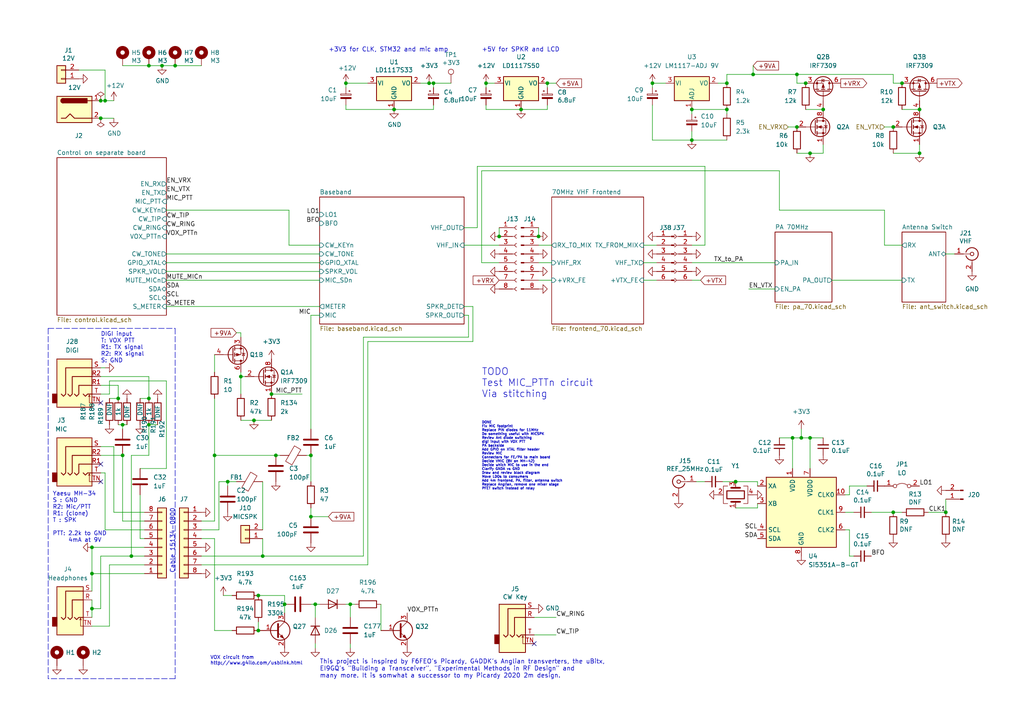
<source format=kicad_sch>
(kicad_sch (version 20211123) (generator eeschema)

  (uuid 7c83c304-769a-4be4-890e-297aba22b5b9)

  (paper "A4")

  (title_block
    (title "DART-70 TRX")
    (date "2023-02-24")
    (rev "0")
    (company "HB9EGM")
    (comment 1 "A 4m Band SSB/CW Transceiver")
  )

  

  (junction (at 232.41 127) (diameter 0) (color 0 0 0 0)
    (uuid 03889bb0-530a-4f17-942f-47bdd8c2143b)
  )
  (junction (at 74.93 182.88) (diameter 0) (color 0 0 0 0)
    (uuid 05f1488f-b95d-4647-953a-d2ec7eee61e9)
  )
  (junction (at 29.21 29.21) (diameter 0) (color 0 0 0 0)
    (uuid 0a082e3d-5a37-45bf-9936-1925b33d6b4f)
  )
  (junction (at 233.68 24.13) (diameter 0) (color 0 0 0 0)
    (uuid 0d713598-e0d7-4b64-806d-d27b5ae84128)
  )
  (junction (at 101.6 175.26) (diameter 0) (color 0 0 0 0)
    (uuid 0efaee8b-abcf-47a1-94ab-452bdfc4d10d)
  )
  (junction (at 259.08 148.59) (diameter 0) (color 0 0 0 0)
    (uuid 11ea7b85-b26d-4a7d-aaed-956352284452)
  )
  (junction (at 46.99 19.05) (diameter 0) (color 0 0 0 0)
    (uuid 130d74aa-cfde-4c45-8bfe-183aacd4590f)
  )
  (junction (at 266.7 44.45) (diameter 0) (color 0 0 0 0)
    (uuid 1379c036-b3e0-455b-b639-0f5dd015d03b)
  )
  (junction (at 210.82 24.13) (diameter 0) (color 0 0 0 0)
    (uuid 13b9a948-b29a-4475-8f42-f20ed3ed1c6a)
  )
  (junction (at 125.73 24.13) (diameter 0) (color 0 0 0 0)
    (uuid 1c29ab88-8089-4a9f-b0ec-e0493fb70d1a)
  )
  (junction (at 38.1 161.29) (diameter 0) (color 0 0 0 0)
    (uuid 2002fb77-6ce7-45e9-a078-9e559a07f8f6)
  )
  (junction (at 30.48 29.21) (diameter 0) (color 0 0 0 0)
    (uuid 248900dc-9b0b-4fb0-8b44-20e56324d88d)
  )
  (junction (at 29.21 34.29) (diameter 0) (color 0 0 0 0)
    (uuid 2bb5e7ab-7e6e-4e4b-8997-824caea277e9)
  )
  (junction (at 231.14 36.83) (diameter 0) (color 0 0 0 0)
    (uuid 2c691037-8de1-4537-a0ef-41ed59613839)
  )
  (junction (at 200.66 31.75) (diameter 0) (color 0 0 0 0)
    (uuid 398ec90b-61af-4d36-9539-63397d126e21)
  )
  (junction (at 156.21 68.58) (diameter 0) (color 0 0 0 0)
    (uuid 3f2e667c-7f64-4e6d-b9b3-bdcde11173db)
  )
  (junction (at 62.23 132.08) (diameter 0) (color 0 0 0 0)
    (uuid 3faced87-a683-4722-a968-6c8f858b2a89)
  )
  (junction (at 210.82 31.75) (diameter 0) (color 0 0 0 0)
    (uuid 4242ccf2-3c4d-4a22-8247-2311c54121ff)
  )
  (junction (at 231.14 21.59) (diameter 0) (color 0 0 0 0)
    (uuid 4750ee37-26c3-426a-a03a-0a50ee4de791)
  )
  (junction (at 43.18 19.05) (diameter 0) (color 0 0 0 0)
    (uuid 48d3528f-d200-4dbf-87c6-2835721afb0e)
  )
  (junction (at 26.67 158.75) (diameter 0) (color 0 0 0 0)
    (uuid 4909e963-8ed8-4cc7-a752-cf9a746ceb8a)
  )
  (junction (at 144.78 68.58) (diameter 0) (color 0 0 0 0)
    (uuid 49feb31b-fe70-4f82-99f6-3dbf467a2edc)
  )
  (junction (at 100.33 24.13) (diameter 0) (color 0 0 0 0)
    (uuid 547281cc-eb15-43de-9560-1b10e39a19ed)
  )
  (junction (at 91.44 175.26) (diameter 0) (color 0 0 0 0)
    (uuid 54fc4616-1350-49bf-925e-695b28bb395e)
  )
  (junction (at 238.76 31.75) (diameter 0) (color 0 0 0 0)
    (uuid 5591956a-807b-4208-83a4-6327422e118a)
  )
  (junction (at 26.67 176.53) (diameter 0) (color 0 0 0 0)
    (uuid 6b9394bd-5e58-42ea-a9a4-f58e854aea5c)
  )
  (junction (at 234.95 127) (diameter 0) (color 0 0 0 0)
    (uuid 7e67c67f-3a1d-491c-a9ea-d2c0b71576e9)
  )
  (junction (at 69.85 109.22) (diameter 0) (color 0 0 0 0)
    (uuid 8f8b4db5-ccfd-4760-89f5-ba5b4218d486)
  )
  (junction (at 259.08 36.83) (diameter 0) (color 0 0 0 0)
    (uuid 906f16af-3f1b-4545-bda0-18ebce89ce96)
  )
  (junction (at 140.97 24.13) (diameter 0) (color 0 0 0 0)
    (uuid 91bb5e66-90e9-4aff-b233-5b8d53e4ad1c)
  )
  (junction (at 124.46 24.13) (diameter 0) (color 0 0 0 0)
    (uuid 94eb2c38-e244-489c-ba32-44729ff54deb)
  )
  (junction (at 35.56 123.19) (diameter 0) (color 0 0 0 0)
    (uuid 9d55ccbc-4aa6-43b2-aa9c-42e27befe7f1)
  )
  (junction (at 26.67 166.37) (diameter 0) (color 0 0 0 0)
    (uuid 9fb2ca3c-8612-4c01-a40b-6e7e5895a1a0)
  )
  (junction (at 189.23 24.13) (diameter 0) (color 0 0 0 0)
    (uuid a01cdcc4-8ed1-4b36-8702-1b68481a60d9)
  )
  (junction (at 200.66 40.64) (diameter 0) (color 0 0 0 0)
    (uuid a13e5fb2-5800-4421-9e39-63277f01a71d)
  )
  (junction (at 274.32 148.59) (diameter 0) (color 0 0 0 0)
    (uuid a9fed849-c0d2-45ff-802c-7da3e4c52c0a)
  )
  (junction (at 78.74 114.3) (diameter 0) (color 0 0 0 0)
    (uuid aad4a030-3461-4b1e-9322-ba1ad3ac5597)
  )
  (junction (at 114.3 31.75) (diameter 0) (color 0 0 0 0)
    (uuid b0c265f7-c716-45d5-8397-630db4d2cf65)
  )
  (junction (at 218.44 21.59) (diameter 0) (color 0 0 0 0)
    (uuid b48c282b-d280-4718-bf3a-caf683cb767c)
  )
  (junction (at 82.55 175.26) (diameter 0) (color 0 0 0 0)
    (uuid c004f84b-d700-424b-b84c-a145b0082928)
  )
  (junction (at 35.56 132.08) (diameter 0) (color 0 0 0 0)
    (uuid c1ab7d65-d6a4-4014-80e6-4813d19456de)
  )
  (junction (at 74.93 172.72) (diameter 0) (color 0 0 0 0)
    (uuid c53356f3-b76d-4e9b-819d-f464046dcdf2)
  )
  (junction (at 34.29 115.57) (diameter 0) (color 0 0 0 0)
    (uuid cfd0ce93-955b-4a4c-b9df-adb69c4364b8)
  )
  (junction (at 234.95 44.45) (diameter 0) (color 0 0 0 0)
    (uuid d26d0a63-c69d-4774-9fba-12ed686b99f6)
  )
  (junction (at 73.66 121.92) (diameter 0) (color 0 0 0 0)
    (uuid d44ecef8-311a-4d38-9013-95c8299ff6b2)
  )
  (junction (at 50.8 19.05) (diameter 0) (color 0 0 0 0)
    (uuid d4b4dbc7-e763-47b2-a6cb-b5c021db8bcc)
  )
  (junction (at 66.04 139.7) (diameter 0) (color 0 0 0 0)
    (uuid d4c3f5bf-47cb-4030-92b0-bec21d62f389)
  )
  (junction (at 261.62 24.13) (diameter 0) (color 0 0 0 0)
    (uuid d531b677-92b2-4589-8265-ffb9f0a9f471)
  )
  (junction (at 80.01 132.08) (diameter 0) (color 0 0 0 0)
    (uuid d7ecc3d2-2b6e-4e36-92b9-1b58fb257359)
  )
  (junction (at 90.17 132.08) (diameter 0) (color 0 0 0 0)
    (uuid d9abc64c-b691-4ece-b128-4f1d7b31754f)
  )
  (junction (at 43.18 115.57) (diameter 0) (color 0 0 0 0)
    (uuid e9342213-9707-4d1c-a69f-a3da6fb99c7a)
  )
  (junction (at 158.75 24.13) (diameter 0) (color 0 0 0 0)
    (uuid eb69835d-9be6-45e6-b58c-d2902ddb8fb1)
  )
  (junction (at 266.7 31.75) (diameter 0) (color 0 0 0 0)
    (uuid eeabe6f1-2db7-4eed-bd0c-6e41b390284d)
  )
  (junction (at 90.17 149.86) (diameter 0) (color 0 0 0 0)
    (uuid ef105c45-a454-45c2-badb-d87d915177ef)
  )
  (junction (at 76.2 161.29) (diameter 0) (color 0 0 0 0)
    (uuid f4c650b7-943a-4c93-b622-c1362c969577)
  )
  (junction (at 229.87 127) (diameter 0) (color 0 0 0 0)
    (uuid f747ec33-420b-45bc-9778-b4604b083211)
  )
  (junction (at 151.13 31.75) (diameter 0) (color 0 0 0 0)
    (uuid f74be2ca-c140-4c85-937a-a008e4f4ddb7)
  )
  (junction (at 213.36 139.7) (diameter 0) (color 0 0 0 0)
    (uuid f8c9e2c3-818f-482b-ad48-f9fb56a455b0)
  )
  (junction (at 43.18 123.19) (diameter 0) (color 0 0 0 0)
    (uuid fd55beb5-af4c-45f5-9d86-830ec1cfc7da)
  )

  (no_connect (at 29.21 116.84) (uuid 2ccef648-ad61-491f-991d-149354748107))
  (no_connect (at 29.21 139.7) (uuid 891b06d0-7775-40c2-8d16-5452402b91d5))
  (no_connect (at 154.94 186.69) (uuid 9e56fb84-5b0b-47eb-9ee7-e24e7c08829b))
  (no_connect (at 29.21 134.62) (uuid b2135387-8c57-44ac-8ab3-29b54b43f871))

  (wire (pts (xy 29.21 34.29) (xy 33.02 34.29))
    (stroke (width 0) (type default) (color 0 0 0 0))
    (uuid 002154dd-fd21-426e-8f51-d82382197384)
  )
  (wire (pts (xy 144.78 66.04) (xy 144.78 68.58))
    (stroke (width 0) (type default) (color 0 0 0 0))
    (uuid 002bee17-761d-4946-b10f-f0b42371b19d)
  )
  (wire (pts (xy 256.54 60.96) (xy 256.54 71.12))
    (stroke (width 0) (type default) (color 0 0 0 0))
    (uuid 0051a5cc-b7c8-41b6-8151-8600227de8e2)
  )
  (wire (pts (xy 90.17 132.08) (xy 90.17 139.7))
    (stroke (width 0) (type default) (color 0 0 0 0))
    (uuid 008a59ee-36fb-4f36-a8b0-5cc99b1e8598)
  )
  (wire (pts (xy 256.54 71.12) (xy 261.62 71.12))
    (stroke (width 0) (type default) (color 0 0 0 0))
    (uuid 0116339a-5f0d-4745-a575-44652fb7d9b0)
  )
  (wire (pts (xy 29.21 111.76) (xy 34.29 111.76))
    (stroke (width 0) (type default) (color 0 0 0 0))
    (uuid 012e2806-a99e-44f3-bc66-c467def38bd2)
  )
  (wire (pts (xy 110.49 175.26) (xy 110.49 182.88))
    (stroke (width 0) (type default) (color 0 0 0 0))
    (uuid 025ac572-24f4-4397-b69b-bade669b4c40)
  )
  (wire (pts (xy 83.82 71.12) (xy 83.82 60.96))
    (stroke (width 0) (type default) (color 0 0 0 0))
    (uuid 04508b78-b957-4886-b3fa-3d951fb6452d)
  )
  (wire (pts (xy 246.38 143.51) (xy 245.11 143.51))
    (stroke (width 0) (type default) (color 0 0 0 0))
    (uuid 05f6334e-7131-4999-b788-1681af60d6df)
  )
  (wire (pts (xy 218.44 21.59) (xy 210.82 21.59))
    (stroke (width 0) (type default) (color 0 0 0 0))
    (uuid 09d1af20-c357-48ec-a10f-915c880f15b6)
  )
  (wire (pts (xy 158.75 24.13) (xy 158.75 25.4))
    (stroke (width 0) (type default) (color 0 0 0 0))
    (uuid 09fbb099-19ff-4c9e-b717-ff9eedac992b)
  )
  (wire (pts (xy 140.97 30.48) (xy 140.97 31.75))
    (stroke (width 0) (type default) (color 0 0 0 0))
    (uuid 0a3a19af-7bfa-4df3-9b73-b98420c4a518)
  )
  (wire (pts (xy 43.18 19.05) (xy 46.99 19.05))
    (stroke (width 0) (type default) (color 0 0 0 0))
    (uuid 0aad0e8d-0747-412b-85ac-039bbac4ff5e)
  )
  (wire (pts (xy 266.7 41.91) (xy 266.7 44.45))
    (stroke (width 0) (type default) (color 0 0 0 0))
    (uuid 0b3a2a48-0270-494e-962a-3658a00a0875)
  )
  (wire (pts (xy 226.06 60.96) (xy 256.54 60.96))
    (stroke (width 0) (type default) (color 0 0 0 0))
    (uuid 0bdff19d-fbde-4835-a259-d36d2ec0e6fd)
  )
  (wire (pts (xy 232.41 127) (xy 234.95 127))
    (stroke (width 0) (type default) (color 0 0 0 0))
    (uuid 0dd7a947-881a-4477-b1f8-b88536ca8809)
  )
  (wire (pts (xy 100.33 24.13) (xy 100.33 25.4))
    (stroke (width 0) (type default) (color 0 0 0 0))
    (uuid 11b5652b-07d3-428f-98d5-c354cf3693b1)
  )
  (wire (pts (xy 140.97 31.75) (xy 151.13 31.75))
    (stroke (width 0) (type default) (color 0 0 0 0))
    (uuid 160e3a4c-588b-4e79-ac75-f98bf80b7e0b)
  )
  (wire (pts (xy 210.82 31.75) (xy 210.82 33.02))
    (stroke (width 0) (type default) (color 0 0 0 0))
    (uuid 17fc291b-23f9-4de7-9168-978b13dcd03c)
  )
  (wire (pts (xy 63.5 153.67) (xy 63.5 139.7))
    (stroke (width 0) (type default) (color 0 0 0 0))
    (uuid 1869a25a-7405-4101-9da6-55f7c1e87e39)
  )
  (wire (pts (xy 26.67 166.37) (xy 41.91 166.37))
    (stroke (width 0) (type default) (color 0 0 0 0))
    (uuid 1bcf4a11-4c4f-42b8-9e84-ad79d97ffe8f)
  )
  (wire (pts (xy 69.85 96.52) (xy 68.58 96.52))
    (stroke (width 0) (type default) (color 0 0 0 0))
    (uuid 1c42fb18-8951-420c-93b3-b390805a99ab)
  )
  (wire (pts (xy 76.2 156.21) (xy 76.2 161.29))
    (stroke (width 0) (type default) (color 0 0 0 0))
    (uuid 1c9f0aaa-a7f3-4c99-ac2e-10f6713b49b4)
  )
  (wire (pts (xy 74.93 172.72) (xy 82.55 172.72))
    (stroke (width 0) (type default) (color 0 0 0 0))
    (uuid 1d4132f7-1f35-449b-a4a4-451bd4dc48ab)
  )
  (wire (pts (xy 35.56 123.19) (xy 36.83 123.19))
    (stroke (width 0) (type default) (color 0 0 0 0))
    (uuid 1f7003d3-e395-4fae-a4ec-81e60f5ef90f)
  )
  (wire (pts (xy 41.91 148.59) (xy 33.02 148.59))
    (stroke (width 0) (type default) (color 0 0 0 0))
    (uuid 216cd782-5819-4b5e-931f-7587d15e2161)
  )
  (wire (pts (xy 82.55 177.8) (xy 82.55 175.26))
    (stroke (width 0) (type default) (color 0 0 0 0))
    (uuid 219438ca-bd57-4fea-aeb4-810d77461a18)
  )
  (wire (pts (xy 193.04 24.13) (xy 189.23 24.13))
    (stroke (width 0) (type default) (color 0 0 0 0))
    (uuid 2199bdfc-0462-4363-af5e-16d8e19d600a)
  )
  (polyline (pts (xy 13.97 95.25) (xy 50.8 95.25))
    (stroke (width 0) (type default) (color 0 0 0 0))
    (uuid 246d8c70-0329-4f4d-9351-49df120458af)
  )

  (wire (pts (xy 73.66 121.92) (xy 78.74 121.92))
    (stroke (width 0) (type default) (color 0 0 0 0))
    (uuid 25eb4e9a-a9bc-41d9-ba86-5c87b9db25c8)
  )
  (wire (pts (xy 100.33 24.13) (xy 106.68 24.13))
    (stroke (width 0) (type default) (color 0 0 0 0))
    (uuid 28eca374-9b5c-4480-a1a6-52ddcbb57db2)
  )
  (wire (pts (xy 40.64 115.57) (xy 43.18 115.57))
    (stroke (width 0) (type default) (color 0 0 0 0))
    (uuid 2a3464a0-2ccd-434c-8817-4d7a2f14c67a)
  )
  (wire (pts (xy 245.11 148.59) (xy 247.65 148.59))
    (stroke (width 0) (type default) (color 0 0 0 0))
    (uuid 2a86319a-5a94-4745-ad80-6b5c02f72e82)
  )
  (wire (pts (xy 158.75 24.13) (xy 161.29 24.13))
    (stroke (width 0) (type default) (color 0 0 0 0))
    (uuid 2ea38bc3-7d3b-428e-a271-404ee98e752b)
  )
  (wire (pts (xy 135.89 91.44) (xy 135.89 97.79))
    (stroke (width 0) (type default) (color 0 0 0 0))
    (uuid 2f9b686c-0a8f-432b-9e90-c788e62691c6)
  )
  (wire (pts (xy 200.66 40.64) (xy 210.82 40.64))
    (stroke (width 0) (type default) (color 0 0 0 0))
    (uuid 33f01d9a-6abc-40a9-9b6b-d34bddbf731f)
  )
  (wire (pts (xy 256.54 36.83) (xy 259.08 36.83))
    (stroke (width 0) (type default) (color 0 0 0 0))
    (uuid 345987da-5aa5-4c5e-90e1-ddf0086ed5fb)
  )
  (wire (pts (xy 58.42 161.29) (xy 76.2 161.29))
    (stroke (width 0) (type default) (color 0 0 0 0))
    (uuid 361f9eaf-2e29-4825-b35a-439064c6d2db)
  )
  (wire (pts (xy 91.44 175.26) (xy 92.71 175.26))
    (stroke (width 0) (type default) (color 0 0 0 0))
    (uuid 36854e14-46fb-4279-bf79-0322ad1da42a)
  )
  (wire (pts (xy 62.23 102.87) (xy 62.23 107.95))
    (stroke (width 0) (type default) (color 0 0 0 0))
    (uuid 3729b657-384d-440e-9b38-b75590f72741)
  )
  (wire (pts (xy 139.7 76.2) (xy 144.78 76.2))
    (stroke (width 0) (type default) (color 0 0 0 0))
    (uuid 3a4811bf-b539-4978-b0d8-fe47f179161b)
  )
  (wire (pts (xy 67.31 172.72) (xy 64.77 172.72))
    (stroke (width 0) (type default) (color 0 0 0 0))
    (uuid 3cddbb36-7343-44a2-9871-f6b2e73f7d17)
  )
  (wire (pts (xy 134.62 66.04) (xy 138.43 66.04))
    (stroke (width 0) (type default) (color 0 0 0 0))
    (uuid 3ee41aac-558c-43a3-a816-e31001ae8352)
  )
  (wire (pts (xy 48.26 76.2) (xy 92.71 76.2))
    (stroke (width 0) (type default) (color 0 0 0 0))
    (uuid 3eeccf02-360d-4377-89f3-2458946d5853)
  )
  (wire (pts (xy 62.23 156.21) (xy 62.23 182.88))
    (stroke (width 0) (type default) (color 0 0 0 0))
    (uuid 401f2d1f-acc6-4e14-9963-49ecb3bd4627)
  )
  (wire (pts (xy 41.91 158.75) (xy 26.67 158.75))
    (stroke (width 0) (type default) (color 0 0 0 0))
    (uuid 4112aabb-0408-4a3a-9841-f57862637df1)
  )
  (wire (pts (xy 158.75 31.75) (xy 151.13 31.75))
    (stroke (width 0) (type default) (color 0 0 0 0))
    (uuid 443127ca-ab31-4ac0-90cc-723625487807)
  )
  (wire (pts (xy 208.28 24.13) (xy 210.82 24.13))
    (stroke (width 0) (type default) (color 0 0 0 0))
    (uuid 4435e8ff-b63e-4b32-81db-49caa0dd6c5f)
  )
  (wire (pts (xy 69.85 107.95) (xy 69.85 109.22))
    (stroke (width 0) (type default) (color 0 0 0 0))
    (uuid 469d1dea-56e9-4051-acba-b2ec5e9a2c33)
  )
  (wire (pts (xy 137.16 99.06) (xy 106.68 99.06))
    (stroke (width 0) (type default) (color 0 0 0 0))
    (uuid 486a1fd1-79e7-4a68-b1ac-61ed26e2b36d)
  )
  (wire (pts (xy 48.26 110.49) (xy 48.26 135.89))
    (stroke (width 0) (type default) (color 0 0 0 0))
    (uuid 48ad150c-3074-4e76-bbd8-ec98c624b5bc)
  )
  (wire (pts (xy 62.23 115.57) (xy 62.23 132.08))
    (stroke (width 0) (type default) (color 0 0 0 0))
    (uuid 496b1a5f-d49c-4515-8e6b-7fb584585bdd)
  )
  (polyline (pts (xy 50.8 95.25) (xy 50.8 196.85))
    (stroke (width 0) (type default) (color 0 0 0 0))
    (uuid 4b105a5f-5ed5-49ae-8bb9-f1d8c5566b50)
  )

  (wire (pts (xy 135.89 97.79) (xy 105.41 97.79))
    (stroke (width 0) (type default) (color 0 0 0 0))
    (uuid 4c2ca5f1-ff49-468e-a870-b80100e1827e)
  )
  (wire (pts (xy 210.82 21.59) (xy 210.82 24.13))
    (stroke (width 0) (type default) (color 0 0 0 0))
    (uuid 4c57c394-f97c-4a0b-80d4-0b5157781c3b)
  )
  (wire (pts (xy 76.2 161.29) (xy 105.41 161.29))
    (stroke (width 0) (type default) (color 0 0 0 0))
    (uuid 4d2c10b1-9329-409f-bc4d-94aebd58963e)
  )
  (wire (pts (xy 261.62 31.75) (xy 266.7 31.75))
    (stroke (width 0) (type default) (color 0 0 0 0))
    (uuid 4d5acc98-17ff-4e60-af52-349a1269dddf)
  )
  (wire (pts (xy 139.7 49.53) (xy 139.7 76.2))
    (stroke (width 0) (type default) (color 0 0 0 0))
    (uuid 4ecfe5c5-d7fc-4d05-be28-1ed42c507ec3)
  )
  (wire (pts (xy 229.87 127) (xy 232.41 127))
    (stroke (width 0) (type default) (color 0 0 0 0))
    (uuid 5130484e-13a2-434f-935d-3be30d7a93c9)
  )
  (wire (pts (xy 156.21 81.28) (xy 160.02 81.28))
    (stroke (width 0) (type default) (color 0 0 0 0))
    (uuid 52d9d6dd-4266-418b-bf9a-446977053e6f)
  )
  (wire (pts (xy 29.21 161.29) (xy 29.21 176.53))
    (stroke (width 0) (type default) (color 0 0 0 0))
    (uuid 53bb37bd-6ad6-430f-b5e5-21e40448d528)
  )
  (wire (pts (xy 29.21 176.53) (xy 26.67 176.53))
    (stroke (width 0) (type default) (color 0 0 0 0))
    (uuid 568b5dd5-7629-4c3d-9388-eaa54c2762b1)
  )
  (wire (pts (xy 35.56 19.05) (xy 43.18 19.05))
    (stroke (width 0) (type default) (color 0 0 0 0))
    (uuid 579d81c4-8fa6-40d5-b99a-d160787b45b9)
  )
  (wire (pts (xy 58.42 163.83) (xy 106.68 163.83))
    (stroke (width 0) (type default) (color 0 0 0 0))
    (uuid 57be2951-306e-483f-b29a-c5289beae3a0)
  )
  (wire (pts (xy 58.42 153.67) (xy 63.5 153.67))
    (stroke (width 0) (type default) (color 0 0 0 0))
    (uuid 58e4fb93-6235-473b-af92-bf79be065bda)
  )
  (wire (pts (xy 204.47 48.26) (xy 204.47 71.12))
    (stroke (width 0) (type default) (color 0 0 0 0))
    (uuid 5a05460d-15bc-4058-86e6-a6bff5598db7)
  )
  (wire (pts (xy 218.44 19.05) (xy 218.44 21.59))
    (stroke (width 0) (type default) (color 0 0 0 0))
    (uuid 5afca071-0542-406b-83f5-f8ed30e05c4c)
  )
  (wire (pts (xy 138.43 48.26) (xy 204.47 48.26))
    (stroke (width 0) (type default) (color 0 0 0 0))
    (uuid 5c0ae8f2-fb0b-4cbf-bd78-f6131c18140d)
  )
  (wire (pts (xy 134.62 91.44) (xy 135.89 91.44))
    (stroke (width 0) (type default) (color 0 0 0 0))
    (uuid 5c0d735a-ca1c-4202-8faf-02e515d1181f)
  )
  (wire (pts (xy 259.08 21.59) (xy 231.14 21.59))
    (stroke (width 0) (type default) (color 0 0 0 0))
    (uuid 5ea05504-bb96-4847-90cf-26cb1afd4244)
  )
  (wire (pts (xy 91.44 175.26) (xy 91.44 179.07))
    (stroke (width 0) (type default) (color 0 0 0 0))
    (uuid 5ed02c6b-f3b8-4641-86b2-3c4cac92a5b4)
  )
  (wire (pts (xy 101.6 186.69) (xy 101.6 187.96))
    (stroke (width 0) (type default) (color 0 0 0 0))
    (uuid 5ed5b405-912e-49a2-adbb-ff35d95f4100)
  )
  (wire (pts (xy 76.2 139.7) (xy 76.2 153.67))
    (stroke (width 0) (type default) (color 0 0 0 0))
    (uuid 601c5479-68c8-4d7c-bbde-860bd11a7597)
  )
  (wire (pts (xy 38.1 161.29) (xy 29.21 161.29))
    (stroke (width 0) (type default) (color 0 0 0 0))
    (uuid 6062b414-90cb-4cef-839a-25d90087f1b4)
  )
  (wire (pts (xy 38.1 132.08) (xy 43.18 132.08))
    (stroke (width 0) (type default) (color 0 0 0 0))
    (uuid 60d27bb0-faad-48a9-89c1-b059b592a640)
  )
  (wire (pts (xy 35.56 151.13) (xy 41.91 151.13))
    (stroke (width 0) (type default) (color 0 0 0 0))
    (uuid 6123b0cd-d677-4963-a353-8d6b35692422)
  )
  (polyline (pts (xy 50.8 196.85) (xy 13.97 196.85))
    (stroke (width 0) (type default) (color 0 0 0 0))
    (uuid 6188cf07-9c8d-498a-9db9-9718888dfe39)
  )

  (wire (pts (xy 124.46 24.13) (xy 125.73 24.13))
    (stroke (width 0) (type default) (color 0 0 0 0))
    (uuid 63da3512-bd51-489d-833d-20bce6d76019)
  )
  (wire (pts (xy 251.46 140.97) (xy 246.38 140.97))
    (stroke (width 0) (type default) (color 0 0 0 0))
    (uuid 64e90390-0f4c-4cc1-bafa-363ce23516e9)
  )
  (wire (pts (xy 246.38 161.29) (xy 246.38 153.67))
    (stroke (width 0) (type default) (color 0 0 0 0))
    (uuid 65dd0601-a23d-4c5d-b924-966fc498cbfc)
  )
  (wire (pts (xy 238.76 44.45) (xy 234.95 44.45))
    (stroke (width 0) (type default) (color 0 0 0 0))
    (uuid 67fd7240-7a2e-4504-8c70-47b3112c634e)
  )
  (wire (pts (xy 26.67 166.37) (xy 26.67 171.45))
    (stroke (width 0) (type default) (color 0 0 0 0))
    (uuid 696f862b-a951-463f-ad29-011c067090d6)
  )
  (wire (pts (xy 246.38 153.67) (xy 245.11 153.67))
    (stroke (width 0) (type default) (color 0 0 0 0))
    (uuid 699bee8c-8bc3-4aa6-b4ed-0aa4d255078a)
  )
  (wire (pts (xy 29.21 114.3) (xy 31.75 114.3))
    (stroke (width 0) (type default) (color 0 0 0 0))
    (uuid 6a5afd47-09df-4a89-803d-e13998688277)
  )
  (wire (pts (xy 38.1 161.29) (xy 38.1 132.08))
    (stroke (width 0) (type default) (color 0 0 0 0))
    (uuid 6ac2f4eb-9300-4682-9dca-8ec36d45a0ab)
  )
  (wire (pts (xy 234.95 127) (xy 234.95 135.89))
    (stroke (width 0) (type default) (color 0 0 0 0))
    (uuid 6b09c60c-c53b-47dd-b8b8-94f682cd2086)
  )
  (wire (pts (xy 58.42 151.13) (xy 62.23 151.13))
    (stroke (width 0) (type default) (color 0 0 0 0))
    (uuid 6cc72bfd-2651-4e90-af42-5d6cec3950c1)
  )
  (wire (pts (xy 156.21 66.04) (xy 156.21 68.58))
    (stroke (width 0) (type default) (color 0 0 0 0))
    (uuid 6d63f93a-5c70-4c67-8eef-6977db41fdd0)
  )
  (wire (pts (xy 26.67 173.99) (xy 26.67 176.53))
    (stroke (width 0) (type default) (color 0 0 0 0))
    (uuid 7019dafb-64b4-4e22-837e-9f37341a0157)
  )
  (wire (pts (xy 48.26 78.74) (xy 92.71 78.74))
    (stroke (width 0) (type default) (color 0 0 0 0))
    (uuid 73062404-be1b-4744-bd1e-9e3d624b8fb3)
  )
  (wire (pts (xy 66.04 139.7) (xy 68.58 139.7))
    (stroke (width 0) (type default) (color 0 0 0 0))
    (uuid 735e33ba-0601-4acb-983d-1656020ec14e)
  )
  (wire (pts (xy 259.08 24.13) (xy 261.62 24.13))
    (stroke (width 0) (type default) (color 0 0 0 0))
    (uuid 73697aae-1f79-401a-bdaa-9ebc2f2340de)
  )
  (wire (pts (xy 140.97 24.13) (xy 140.97 25.4))
    (stroke (width 0) (type default) (color 0 0 0 0))
    (uuid 7471700d-9a5d-406e-b9fc-bdeed49379fa)
  )
  (wire (pts (xy 30.48 29.21) (xy 33.02 29.21))
    (stroke (width 0) (type default) (color 0 0 0 0))
    (uuid 74760d5b-303c-4603-ac2e-6b5209546581)
  )
  (polyline (pts (xy 13.97 95.25) (xy 13.97 196.85))
    (stroke (width 0) (type default) (color 0 0 0 0))
    (uuid 74e37401-14d3-4e3c-84ed-7ddb4d75b44f)
  )

  (wire (pts (xy 29.21 129.54) (xy 33.02 129.54))
    (stroke (width 0) (type default) (color 0 0 0 0))
    (uuid 754f923b-5aa7-4d87-b589-d53346af6023)
  )
  (wire (pts (xy 62.23 182.88) (xy 67.31 182.88))
    (stroke (width 0) (type default) (color 0 0 0 0))
    (uuid 77cc857c-e045-46ac-921a-7b86818ca625)
  )
  (wire (pts (xy 156.21 76.2) (xy 160.02 76.2))
    (stroke (width 0) (type default) (color 0 0 0 0))
    (uuid 7887f659-7796-4d20-b8ec-45fe37db4d3b)
  )
  (wire (pts (xy 22.86 20.32) (xy 30.48 20.32))
    (stroke (width 0) (type default) (color 0 0 0 0))
    (uuid 79aced1b-30d4-4883-86bf-8a38d664736a)
  )
  (wire (pts (xy 134.62 71.12) (xy 144.78 71.12))
    (stroke (width 0) (type default) (color 0 0 0 0))
    (uuid 7b959fed-4370-4448-9d17-fbc4f5703c60)
  )
  (wire (pts (xy 31.75 115.57) (xy 34.29 115.57))
    (stroke (width 0) (type default) (color 0 0 0 0))
    (uuid 7c8f4fb6-d76c-4fd6-89a0-af30aa8d7cb9)
  )
  (wire (pts (xy 252.73 148.59) (xy 259.08 148.59))
    (stroke (width 0) (type default) (color 0 0 0 0))
    (uuid 7d4200e5-e280-4699-af56-048ba84247d3)
  )
  (wire (pts (xy 81.28 132.08) (xy 80.01 132.08))
    (stroke (width 0) (type default) (color 0 0 0 0))
    (uuid 7fcd6903-4017-464e-a708-1e51b67dd39f)
  )
  (wire (pts (xy 26.67 158.75) (xy 26.67 166.37))
    (stroke (width 0) (type default) (color 0 0 0 0))
    (uuid 80203512-93fd-487a-a00c-1916502463c3)
  )
  (wire (pts (xy 137.16 88.9) (xy 137.16 99.06))
    (stroke (width 0) (type default) (color 0 0 0 0))
    (uuid 812f91c0-f736-4383-bfee-2790347c3abf)
  )
  (wire (pts (xy 90.17 149.86) (xy 95.25 149.86))
    (stroke (width 0) (type default) (color 0 0 0 0))
    (uuid 816e41e9-8ef8-4e70-a70f-02175bdc97c4)
  )
  (wire (pts (xy 234.95 44.45) (xy 231.14 44.45))
    (stroke (width 0) (type default) (color 0 0 0 0))
    (uuid 86c60f4b-4421-4865-beff-ed93adca8ac2)
  )
  (wire (pts (xy 186.69 76.2) (xy 190.5 76.2))
    (stroke (width 0) (type default) (color 0 0 0 0))
    (uuid 89f5cd17-8501-4243-bc98-0e8a1aab3a95)
  )
  (wire (pts (xy 69.85 109.22) (xy 69.85 114.3))
    (stroke (width 0) (type default) (color 0 0 0 0))
    (uuid 8a096409-910f-4b78-890d-9e8768ba72ab)
  )
  (wire (pts (xy 43.18 109.22) (xy 29.21 109.22))
    (stroke (width 0) (type default) (color 0 0 0 0))
    (uuid 8c21da1a-7f0f-49f7-bf28-d155cb03be4b)
  )
  (wire (pts (xy 34.29 123.19) (xy 35.56 123.19))
    (stroke (width 0) (type default) (color 0 0 0 0))
    (uuid 8d12d79e-51f7-4ca7-b044-3e4e258b0ca7)
  )
  (wire (pts (xy 247.65 161.29) (xy 246.38 161.29))
    (stroke (width 0) (type default) (color 0 0 0 0))
    (uuid 8e0abe23-8e7e-48a9-af11-f26197bd8fbf)
  )
  (wire (pts (xy 74.93 180.34) (xy 74.93 182.88))
    (stroke (width 0) (type default) (color 0 0 0 0))
    (uuid 8f1ab95b-1867-4005-8242-092f60cbfea5)
  )
  (wire (pts (xy 189.23 30.48) (xy 189.23 40.64))
    (stroke (width 0) (type default) (color 0 0 0 0))
    (uuid 8f5c2a3a-b2da-434e-8810-9da52a5e413a)
  )
  (wire (pts (xy 29.21 132.08) (xy 35.56 132.08))
    (stroke (width 0) (type default) (color 0 0 0 0))
    (uuid 8fe92221-afec-47ce-a89d-2a3cf937d9a2)
  )
  (wire (pts (xy 35.56 123.19) (xy 35.56 124.46))
    (stroke (width 0) (type default) (color 0 0 0 0))
    (uuid 900073c8-27f0-4864-bec9-14e524ac2d69)
  )
  (wire (pts (xy 134.62 88.9) (xy 137.16 88.9))
    (stroke (width 0) (type default) (color 0 0 0 0))
    (uuid 906c4fbb-4fdd-48c5-aa07-85c56299e46a)
  )
  (wire (pts (xy 90.17 147.32) (xy 90.17 149.86))
    (stroke (width 0) (type default) (color 0 0 0 0))
    (uuid 91c438b1-678d-4a85-be0e-771bfbc58931)
  )
  (wire (pts (xy 233.68 31.75) (xy 238.76 31.75))
    (stroke (width 0) (type default) (color 0 0 0 0))
    (uuid 92dfb53a-5556-47b1-8088-214aebbc803d)
  )
  (wire (pts (xy 92.71 91.44) (xy 90.17 91.44))
    (stroke (width 0) (type default) (color 0 0 0 0))
    (uuid 935427ba-97bd-4319-b38c-51b473619c8a)
  )
  (wire (pts (xy 34.29 111.76) (xy 34.29 115.57))
    (stroke (width 0) (type default) (color 0 0 0 0))
    (uuid 93dc0368-dae8-476c-8070-e86bda493011)
  )
  (wire (pts (xy 158.75 30.48) (xy 158.75 31.75))
    (stroke (width 0) (type default) (color 0 0 0 0))
    (uuid 96e30a9c-78b6-4d1a-bc72-6cbdc7743876)
  )
  (wire (pts (xy 90.17 91.44) (xy 90.17 124.46))
    (stroke (width 0) (type default) (color 0 0 0 0))
    (uuid 9792cf44-3261-4d9f-8ae0-31fdeec0dc70)
  )
  (wire (pts (xy 35.56 151.13) (xy 35.56 132.08))
    (stroke (width 0) (type default) (color 0 0 0 0))
    (uuid 98ea83ac-41c6-4b7d-be63-41372bbd6e24)
  )
  (wire (pts (xy 100.33 30.48) (xy 100.33 31.75))
    (stroke (width 0) (type default) (color 0 0 0 0))
    (uuid 99f8394d-1325-4f0e-9ed0-19dceab6e1f9)
  )
  (wire (pts (xy 62.23 132.08) (xy 80.01 132.08))
    (stroke (width 0) (type default) (color 0 0 0 0))
    (uuid 9c3d736f-f850-40b5-83bf-bf71ce2d8e7c)
  )
  (wire (pts (xy 105.41 97.79) (xy 105.41 161.29))
    (stroke (width 0) (type default) (color 0 0 0 0))
    (uuid 9c4c0112-7564-4034-996a-b0e56c2141a6)
  )
  (wire (pts (xy 186.69 71.12) (xy 190.5 71.12))
    (stroke (width 0) (type default) (color 0 0 0 0))
    (uuid 9d00ede8-7480-44d8-b21e-d16dd17b75ac)
  )
  (wire (pts (xy 238.76 127) (xy 234.95 127))
    (stroke (width 0) (type default) (color 0 0 0 0))
    (uuid 9d3a7a2b-8bae-4d82-8634-16a99f57e389)
  )
  (wire (pts (xy 33.02 129.54) (xy 33.02 148.59))
    (stroke (width 0) (type default) (color 0 0 0 0))
    (uuid 9d5b6cd8-17f0-45de-b87b-5c8a0bd4db14)
  )
  (wire (pts (xy 228.6 36.83) (xy 231.14 36.83))
    (stroke (width 0) (type default) (color 0 0 0 0))
    (uuid a057c374-c462-4764-bd16-2c00eef92afa)
  )
  (wire (pts (xy 48.26 81.28) (xy 92.71 81.28))
    (stroke (width 0) (type default) (color 0 0 0 0))
    (uuid a1864b64-1865-4240-b098-5056fb759def)
  )
  (wire (pts (xy 154.94 179.07) (xy 161.29 179.07))
    (stroke (width 0) (type default) (color 0 0 0 0))
    (uuid a1abde39-78d5-402d-bb1c-75243c61d29b)
  )
  (wire (pts (xy 232.41 124.46) (xy 232.41 127))
    (stroke (width 0) (type default) (color 0 0 0 0))
    (uuid a39008b0-0dd6-44dc-b176-ab03b6874ae7)
  )
  (wire (pts (xy 274.32 73.66) (xy 276.86 73.66))
    (stroke (width 0) (type default) (color 0 0 0 0))
    (uuid a43beeeb-0d60-44c9-bc6b-40c9e75459e8)
  )
  (wire (pts (xy 88.9 132.08) (xy 90.17 132.08))
    (stroke (width 0) (type default) (color 0 0 0 0))
    (uuid a5f4f26e-4b82-496f-b7bb-4ed4211f8100)
  )
  (wire (pts (xy 100.33 31.75) (xy 114.3 31.75))
    (stroke (width 0) (type default) (color 0 0 0 0))
    (uuid a69bb6f5-978b-49bb-9446-4ec9cfe4501e)
  )
  (wire (pts (xy 82.55 175.26) (xy 82.55 172.72))
    (stroke (width 0) (type default) (color 0 0 0 0))
    (uuid a6baa060-c82d-461a-96f5-4f21d73265a4)
  )
  (wire (pts (xy 259.08 21.59) (xy 259.08 24.13))
    (stroke (width 0) (type default) (color 0 0 0 0))
    (uuid a7349b87-3477-4ba5-bc62-3587f94ab817)
  )
  (wire (pts (xy 66.04 140.97) (xy 66.04 139.7))
    (stroke (width 0) (type default) (color 0 0 0 0))
    (uuid a8d341ec-3332-4d82-8a1f-e52e32f564f1)
  )
  (wire (pts (xy 63.5 139.7) (xy 66.04 139.7))
    (stroke (width 0) (type default) (color 0 0 0 0))
    (uuid a9276ad3-2500-44c6-895a-e842a0033021)
  )
  (wire (pts (xy 40.64 143.51) (xy 40.64 156.21))
    (stroke (width 0) (type default) (color 0 0 0 0))
    (uuid a97e4f3d-f371-47f1-8ee9-cbe61c23c759)
  )
  (wire (pts (xy 30.48 153.67) (xy 30.48 137.16))
    (stroke (width 0) (type default) (color 0 0 0 0))
    (uuid a99a526a-0727-4d5d-b793-47c299fd72ba)
  )
  (wire (pts (xy 69.85 97.79) (xy 69.85 96.52))
    (stroke (width 0) (type default) (color 0 0 0 0))
    (uuid ab033de2-6886-4e4c-b9c3-21d6481b406d)
  )
  (wire (pts (xy 138.43 66.04) (xy 138.43 48.26))
    (stroke (width 0) (type default) (color 0 0 0 0))
    (uuid ad195d4d-ed76-4a26-ac30-01da417bd64b)
  )
  (wire (pts (xy 69.85 109.22) (xy 71.12 109.22))
    (stroke (width 0) (type default) (color 0 0 0 0))
    (uuid ad4538db-3731-4206-9c84-06101425be48)
  )
  (wire (pts (xy 231.14 21.59) (xy 218.44 21.59))
    (stroke (width 0) (type default) (color 0 0 0 0))
    (uuid ad76707e-1f2e-4941-86a0-50951acd24bc)
  )
  (wire (pts (xy 91.44 186.69) (xy 91.44 187.96))
    (stroke (width 0) (type default) (color 0 0 0 0))
    (uuid add05f6f-edf6-4631-b6b3-35897f9e8c7b)
  )
  (wire (pts (xy 189.23 40.64) (xy 200.66 40.64))
    (stroke (width 0) (type default) (color 0 0 0 0))
    (uuid aed0a299-8aa6-4a50-b993-c38efe5fdd7a)
  )
  (wire (pts (xy 217.17 83.82) (xy 224.79 83.82))
    (stroke (width 0) (type default) (color 0 0 0 0))
    (uuid b056317e-32ca-4f2d-b310-fc1492cc5060)
  )
  (wire (pts (xy 90.17 175.26) (xy 91.44 175.26))
    (stroke (width 0) (type default) (color 0 0 0 0))
    (uuid b1a62f88-404d-483f-bb63-16c8188b4f3a)
  )
  (wire (pts (xy 189.23 24.13) (xy 189.23 25.4))
    (stroke (width 0) (type default) (color 0 0 0 0))
    (uuid b1ea2466-2371-4b96-9289-6c42e0f0b899)
  )
  (wire (pts (xy 62.23 151.13) (xy 62.23 132.08))
    (stroke (width 0) (type default) (color 0 0 0 0))
    (uuid b32653e4-7801-40ea-b61b-f0311c01d3b4)
  )
  (wire (pts (xy 266.7 44.45) (xy 259.08 44.45))
    (stroke (width 0) (type default) (color 0 0 0 0))
    (uuid b5cbe891-dcdf-4951-8f0a-b2c28e4293cd)
  )
  (wire (pts (xy 58.42 156.21) (xy 62.23 156.21))
    (stroke (width 0) (type default) (color 0 0 0 0))
    (uuid b66c197d-a987-4d64-bb63-7ddb1a72d7fd)
  )
  (wire (pts (xy 31.75 110.49) (xy 48.26 110.49))
    (stroke (width 0) (type default) (color 0 0 0 0))
    (uuid b81d0c78-d550-41d4-a1eb-117ebf171da9)
  )
  (wire (pts (xy 101.6 175.26) (xy 102.87 175.26))
    (stroke (width 0) (type default) (color 0 0 0 0))
    (uuid ba28163c-9ab2-44c5-b089-1433660941d6)
  )
  (wire (pts (xy 231.14 24.13) (xy 233.68 24.13))
    (stroke (width 0) (type default) (color 0 0 0 0))
    (uuid bb78f99c-6783-4afe-a661-68817d4180ab)
  )
  (wire (pts (xy 246.38 140.97) (xy 246.38 143.51))
    (stroke (width 0) (type default) (color 0 0 0 0))
    (uuid bcb20d96-4c0e-4c98-a263-0cdd41ab15e5)
  )
  (wire (pts (xy 31.75 114.3) (xy 31.75 110.49))
    (stroke (width 0) (type default) (color 0 0 0 0))
    (uuid bd0e4fad-23a4-44c5-8109-e923d950f5c3)
  )
  (wire (pts (xy 200.66 38.1) (xy 200.66 40.64))
    (stroke (width 0) (type default) (color 0 0 0 0))
    (uuid bda7a16e-b931-4d51-b769-ff5809beef5f)
  )
  (wire (pts (xy 48.26 60.96) (xy 83.82 60.96))
    (stroke (width 0) (type default) (color 0 0 0 0))
    (uuid bfce1213-d511-4811-bc9d-beb994b8b9fe)
  )
  (wire (pts (xy 31.75 163.83) (xy 31.75 181.61))
    (stroke (width 0) (type default) (color 0 0 0 0))
    (uuid c0738ee3-5ef6-48be-9a20-f10b8cdc3a6d)
  )
  (wire (pts (xy 41.91 161.29) (xy 38.1 161.29))
    (stroke (width 0) (type default) (color 0 0 0 0))
    (uuid c12b5903-2f75-49c3-8332-69e02fb1aff7)
  )
  (wire (pts (xy 41.91 156.21) (xy 40.64 156.21))
    (stroke (width 0) (type default) (color 0 0 0 0))
    (uuid c13eaffb-5c39-4e48-8c42-cc2bcee712b4)
  )
  (wire (pts (xy 229.87 127) (xy 229.87 135.89))
    (stroke (width 0) (type default) (color 0 0 0 0))
    (uuid c24d03f2-5bff-4d74-88e5-481cd2f1e035)
  )
  (wire (pts (xy 274.32 148.59) (xy 274.32 144.78))
    (stroke (width 0) (type default) (color 0 0 0 0))
    (uuid c48e879f-0b64-4f86-a8cf-003dbff29c4e)
  )
  (wire (pts (xy 226.06 49.53) (xy 226.06 60.96))
    (stroke (width 0) (type default) (color 0 0 0 0))
    (uuid c4edda47-532d-4e95-9fc8-38bd0ed58dfb)
  )
  (wire (pts (xy 106.68 99.06) (xy 106.68 163.83))
    (stroke (width 0) (type default) (color 0 0 0 0))
    (uuid c5747d63-7293-4c9e-a6a4-eaa0310e86ea)
  )
  (wire (pts (xy 186.69 81.28) (xy 190.5 81.28))
    (stroke (width 0) (type default) (color 0 0 0 0))
    (uuid c64a6907-65ea-4d9f-8271-b12257b06b60)
  )
  (wire (pts (xy 261.62 148.59) (xy 259.08 148.59))
    (stroke (width 0) (type default) (color 0 0 0 0))
    (uuid cbbfb5e5-7e85-4367-b6a7-9b21fc6d9e17)
  )
  (wire (pts (xy 139.7 49.53) (xy 226.06 49.53))
    (stroke (width 0) (type default) (color 0 0 0 0))
    (uuid cbd19eae-411c-4ba9-9265-3a6ab1b93364)
  )
  (wire (pts (xy 213.36 147.32) (xy 219.71 147.32))
    (stroke (width 0) (type default) (color 0 0 0 0))
    (uuid cc89f37d-2221-4ee8-a763-21432c733f93)
  )
  (wire (pts (xy 121.92 24.13) (xy 124.46 24.13))
    (stroke (width 0) (type default) (color 0 0 0 0))
    (uuid cdc3b2bb-9f60-476c-ac94-bf550b6e7b5e)
  )
  (wire (pts (xy 238.76 41.91) (xy 238.76 44.45))
    (stroke (width 0) (type default) (color 0 0 0 0))
    (uuid cdf8245b-2e03-441d-8536-8e14a3d0d2ff)
  )
  (wire (pts (xy 226.06 127) (xy 229.87 127))
    (stroke (width 0) (type default) (color 0 0 0 0))
    (uuid ceb52c7a-a12c-449a-be98-109b3a3bd409)
  )
  (wire (pts (xy 41.91 163.83) (xy 31.75 163.83))
    (stroke (width 0) (type default) (color 0 0 0 0))
    (uuid d1791382-8e9e-408d-8461-11f5ded4ad48)
  )
  (wire (pts (xy 29.21 29.21) (xy 30.48 29.21))
    (stroke (width 0) (type default) (color 0 0 0 0))
    (uuid d18620ef-44b4-47e8-b939-bb0398e91c85)
  )
  (wire (pts (xy 203.2 81.28) (xy 200.66 81.28))
    (stroke (width 0) (type default) (color 0 0 0 0))
    (uuid d3a84e57-57ed-4e86-bbef-110f27537e2d)
  )
  (wire (pts (xy 101.6 175.26) (xy 100.33 175.26))
    (stroke (width 0) (type default) (color 0 0 0 0))
    (uuid d45f846b-c301-44d2-87d8-543fb71fc96f)
  )
  (wire (pts (xy 219.71 139.7) (xy 219.71 140.97))
    (stroke (width 0) (type default) (color 0 0 0 0))
    (uuid d51dda35-7a1a-4d41-817a-7bb1f7f6ffd4)
  )
  (wire (pts (xy 125.73 24.13) (xy 130.81 24.13))
    (stroke (width 0) (type default) (color 0 0 0 0))
    (uuid d525e71e-c2ed-4851-a87b-7438f67fb580)
  )
  (wire (pts (xy 46.99 19.05) (xy 50.8 19.05))
    (stroke (width 0) (type default) (color 0 0 0 0))
    (uuid d5d26400-826e-40a5-a7b1-6a9ebbaedfb4)
  )
  (wire (pts (xy 204.47 71.12) (xy 200.66 71.12))
    (stroke (width 0) (type default) (color 0 0 0 0))
    (uuid d6359d4b-1c12-4663-b116-45be3135a185)
  )
  (wire (pts (xy 43.18 109.22) (xy 43.18 115.57))
    (stroke (width 0) (type default) (color 0 0 0 0))
    (uuid d69edc37-e033-4412-95fb-f9006872dc8c)
  )
  (wire (pts (xy 241.3 81.28) (xy 261.62 81.28))
    (stroke (width 0) (type default) (color 0 0 0 0))
    (uuid dd34928a-03c5-4a5d-a033-92155af70ac7)
  )
  (wire (pts (xy 140.97 24.13) (xy 143.51 24.13))
    (stroke (width 0) (type default) (color 0 0 0 0))
    (uuid dd927172-6a9a-406f-a951-4e7f78cebb7b)
  )
  (wire (pts (xy 101.6 179.07) (xy 101.6 175.26))
    (stroke (width 0) (type default) (color 0 0 0 0))
    (uuid df100a56-7392-493d-8b6e-86fc6143d01d)
  )
  (wire (pts (xy 50.8 19.05) (xy 58.42 19.05))
    (stroke (width 0) (type default) (color 0 0 0 0))
    (uuid dfd58d9e-0c03-4a20-9983-0d32c26093d8)
  )
  (wire (pts (xy 29.21 137.16) (xy 30.48 137.16))
    (stroke (width 0) (type default) (color 0 0 0 0))
    (uuid e0b9a722-e170-4302-a4fd-5e8753db7507)
  )
  (wire (pts (xy 26.67 176.53) (xy 26.67 179.07))
    (stroke (width 0) (type default) (color 0 0 0 0))
    (uuid e13bdf92-8a8e-480a-979d-89eb54f62599)
  )
  (wire (pts (xy 30.48 153.67) (xy 41.91 153.67))
    (stroke (width 0) (type default) (color 0 0 0 0))
    (uuid e14c95a1-54f8-45dd-a1c7-754772fa0aa1)
  )
  (wire (pts (xy 200.66 76.2) (xy 224.79 76.2))
    (stroke (width 0) (type default) (color 0 0 0 0))
    (uuid e172e707-37ee-4eca-bafc-b341a9ceabaa)
  )
  (wire (pts (xy 48.26 88.9) (xy 92.71 88.9))
    (stroke (width 0) (type default) (color 0 0 0 0))
    (uuid e1e720db-7dfc-41da-9ad4-b3768ff49c06)
  )
  (wire (pts (xy 114.3 31.75) (xy 125.73 31.75))
    (stroke (width 0) (type default) (color 0 0 0 0))
    (uuid e264f0d9-6386-4838-a810-81df8032f681)
  )
  (wire (pts (xy 30.48 20.32) (xy 30.48 29.21))
    (stroke (width 0) (type default) (color 0 0 0 0))
    (uuid e49f1b40-a83b-4b72-93d7-dd44349357c4)
  )
  (wire (pts (xy 43.18 123.19) (xy 45.72 123.19))
    (stroke (width 0) (type default) (color 0 0 0 0))
    (uuid e7845d68-e5dc-4948-b8be-e64f3e188bb5)
  )
  (wire (pts (xy 154.94 184.15) (xy 161.29 184.15))
    (stroke (width 0) (type default) (color 0 0 0 0))
    (uuid e7ac32f0-5e71-4c65-ac6f-730f4731f5f7)
  )
  (wire (pts (xy 48.26 73.66) (xy 92.71 73.66))
    (stroke (width 0) (type default) (color 0 0 0 0))
    (uuid e7fda734-bc52-4f7b-a47b-c1ec6d307d8f)
  )
  (wire (pts (xy 48.26 135.89) (xy 40.64 135.89))
    (stroke (width 0) (type default) (color 0 0 0 0))
    (uuid e91dad84-d131-4d30-aeb9-ac5dff4b3633)
  )
  (wire (pts (xy 274.32 148.59) (xy 269.24 148.59))
    (stroke (width 0) (type default) (color 0 0 0 0))
    (uuid ea6f4611-7eac-4b21-b232-fff65a738b95)
  )
  (wire (pts (xy 209.55 139.7) (xy 213.36 139.7))
    (stroke (width 0) (type default) (color 0 0 0 0))
    (uuid ea97e745-2bac-4983-a78b-499e0f8d7b6d)
  )
  (wire (pts (xy 200.66 31.75) (xy 210.82 31.75))
    (stroke (width 0) (type default) (color 0 0 0 0))
    (uuid eb9b3733-e4ec-4731-87f1-5f6fd8f11a68)
  )
  (wire (pts (xy 156.21 71.12) (xy 160.02 71.12))
    (stroke (width 0) (type default) (color 0 0 0 0))
    (uuid ecfe8984-0282-4208-8f3d-aa8b3adb9dd8)
  )
  (wire (pts (xy 73.66 121.92) (xy 69.85 121.92))
    (stroke (width 0) (type default) (color 0 0 0 0))
    (uuid f0e02b10-4b80-421d-bff9-70643e16b8eb)
  )
  (wire (pts (xy 83.82 71.12) (xy 92.71 71.12))
    (stroke (width 0) (type default) (color 0 0 0 0))
    (uuid f22441fb-3978-4762-b6a3-6def4069e413)
  )
  (wire (pts (xy 204.47 139.7) (xy 201.93 139.7))
    (stroke (width 0) (type default) (color 0 0 0 0))
    (uuid f38fd353-54b3-403a-9387-7ff36888e6a9)
  )
  (wire (pts (xy 213.36 139.7) (xy 219.71 139.7))
    (stroke (width 0) (type default) (color 0 0 0 0))
    (uuid f7008c47-327e-4961-9c20-bbaf09b0d636)
  )
  (wire (pts (xy 219.71 147.32) (xy 219.71 146.05))
    (stroke (width 0) (type default) (color 0 0 0 0))
    (uuid f841e691-04bf-4057-bcb4-476ba3910c05)
  )
  (wire (pts (xy 78.74 114.3) (xy 87.63 114.3))
    (stroke (width 0) (type default) (color 0 0 0 0))
    (uuid fa65e259-7efa-4f51-bd0f-f4ac061edaac)
  )
  (wire (pts (xy 125.73 30.48) (xy 125.73 31.75))
    (stroke (width 0) (type default) (color 0 0 0 0))
    (uuid fc244ca3-4412-44ac-b1f3-44d00d15b5ac)
  )
  (wire (pts (xy 200.66 31.75) (xy 200.66 33.02))
    (stroke (width 0) (type default) (color 0 0 0 0))
    (uuid fc4a7459-1bb4-4226-8823-ec552cb8417e)
  )
  (wire (pts (xy 43.18 123.19) (xy 43.18 132.08))
    (stroke (width 0) (type default) (color 0 0 0 0))
    (uuid fcd3e21a-290b-48f5-9d98-bf10da5f3f08)
  )
  (wire (pts (xy 29.21 106.68) (xy 30.48 106.68))
    (stroke (width 0) (type default) (color 0 0 0 0))
    (uuid fe6c5c62-a539-4eb7-88f4-5a724361eef1)
  )
  (wire (pts (xy 231.14 21.59) (xy 231.14 24.13))
    (stroke (width 0) (type default) (color 0 0 0 0))
    (uuid fe8a3f3f-3126-421d-b59c-37217ed6f49c)
  )
  (wire (pts (xy 125.73 24.13) (xy 125.73 25.4))
    (stroke (width 0) (type default) (color 0 0 0 0))
    (uuid ffb99ea8-48c3-486c-94d4-7034e45d57f7)
  )
  (wire (pts (xy 31.75 181.61) (xy 26.67 181.61))
    (stroke (width 0) (type default) (color 0 0 0 0))
    (uuid ffbbcbe6-15b0-480e-b792-9f7693fff52a)
  )

  (text "+5V for SPKR and LCD" (at 139.7 15.24 0)
    (effects (font (size 1.27 1.27)) (justify left bottom))
    (uuid 239d5a08-bfc0-4925-8e7a-6431dab8181d)
  )
  (text "VOX circuit from\nhttp://www.g4ilo.com/usblink.html"
    (at 60.96 193.04 0)
    (effects (font (size 1 1)) (justify left bottom))
    (uuid 690337fc-9d51-4dcd-a71e-55c152ad9d3e)
  )
  (text "Cable 15134-0800" (at 50.8 166.37 90)
    (effects (font (size 1.27 1.27)) (justify left bottom))
    (uuid 79e801b2-3848-4600-8f04-05e4cce85305)
  )
  (text "Yaesu MH-34\nS : GND\nR2: Mic/PTT\nR1: (clone)\nT : SPK\n\nPTT: 2.2k to GND\n     4mA at 9V"
    (at 15.24 157.48 0)
    (effects (font (size 1.1938 1.1938)) (justify left bottom))
    (uuid aa6d67fe-cd8b-468d-8447-611ba063ffe2)
  )
  (text "TODO\nTest MIC_PTTn circuit\nVia stitching" (at 139.7 115.57 0)
    (effects (font (size 2 2)) (justify left bottom))
    (uuid bb2e7fd8-c90d-4499-afb3-dd966ff449a9)
  )
  (text "This project is inspired by F6FEO's Picardy, G4DDK's Anglian transverters, the uBitx,\nEI9GQ's \"Building a Transceiver\", \"Experimental Methods in RF Design\" and\nmany more. It is somwhat a successor to my Picardy 2020 2m design."
    (at 92.71 196.85 0)
    (effects (font (size 1.27 1.27)) (justify left bottom))
    (uuid cc99dfff-7e1c-41c9-90b0-50846ceea0a1)
  )
  (text "DIGI input\nT: VOX PTT\nR1: TX signal\nR2: RX signal\nS: GND"
    (at 29.21 105.41 0)
    (effects (font (size 1.1938 1.1938)) (justify left bottom))
    (uuid e5280dbc-7c9c-41bd-94e0-430ce12b2adc)
  )
  (text "DONE\nFix MIC footprint\nReplace PIN diodes for 11MHz\nDo something useful with MICSPK\nReview Ant diode switching\ndigi input with VOX PTT\nPA backside\nAdd GPIO on XTAL filter header\nReview MIC\nConnectors for FE/PA to main board\nDecide VMIC (8V on MH-42)\nDecide which MIC to use in the end\nClarify GNDA vs GND\nDraw and review block diagram\nMove LDOs to consumers\nAdd 4m frontend, PA, filter, antenna switch\nReplace Anglian, remove one mixer stage\nPFET switch instead of relay\n"
    (at 139.7 142.24 0)
    (effects (font (size 0.7 0.7)) (justify left bottom))
    (uuid f325ce66-f8e6-4078-862d-3f581bc76170)
  )
  (text "+3V3 for CLK, STM32 and mic amp" (at 95.25 15.24 0)
    (effects (font (size 1.27 1.27)) (justify left bottom))
    (uuid fe3f7dc5-df73-4ed5-9e26-595b8cfa5333)
  )

  (label "TX_to_PA" (at 207.01 76.2 0)
    (effects (font (size 1.27 1.27)) (justify left bottom))
    (uuid 2ec14e45-c498-4099-b6a7-ce1facd68046)
  )
  (label "CLK1" (at 274.32 148.59 180)
    (effects (font (size 1.27 1.27)) (justify right bottom))
    (uuid 37559495-9dfc-4a54-80ee-fad84f20dc2a)
  )
  (label "SCL" (at 48.26 86.36 0)
    (effects (font (size 1.27 1.27)) (justify left bottom))
    (uuid 38bd102f-633a-4953-97ad-13bc577149af)
  )
  (label "SDA" (at 219.71 156.21 180)
    (effects (font (size 1.27 1.27)) (justify right bottom))
    (uuid 3e13cb83-601f-443a-a951-e96035da31e7)
  )
  (label "VOX_PTTn" (at 48.26 68.58 0)
    (effects (font (size 1.27 1.27)) (justify left bottom))
    (uuid 3fa4b4e1-2aba-4d5e-b59b-221659fe8990)
  )
  (label "EN_VRX" (at 48.26 53.34 0)
    (effects (font (size 1.27 1.27)) (justify left bottom))
    (uuid 618621f8-a3f4-49c8-9ea3-607c2df3756e)
  )
  (label "EN_VTX" (at 217.17 83.82 0)
    (effects (font (size 1.27 1.27)) (justify left bottom))
    (uuid 695fa56a-671a-410f-94f3-9b23856076c0)
  )
  (label "CW_RING" (at 161.29 179.07 0)
    (effects (font (size 1.27 1.27)) (justify left bottom))
    (uuid 7906f11d-49c0-4b99-b74d-443c82e1ec6a)
  )
  (label "EN_VTX" (at 48.26 55.88 0)
    (effects (font (size 1.27 1.27)) (justify left bottom))
    (uuid 79771a5b-bbc0-45e2-b3e2-33121a4ba792)
  )
  (label "CW_RING" (at 48.26 66.04 0)
    (effects (font (size 1.27 1.27)) (justify left bottom))
    (uuid 85e987f3-11f0-4e85-9be0-8c79e37e02ec)
  )
  (label "SDA" (at 48.26 83.82 0)
    (effects (font (size 1.27 1.27)) (justify left bottom))
    (uuid 861fa728-ad72-4a0e-81c5-e00ac8e2afd5)
  )
  (label "VOX_PTTn" (at 118.11 177.8 0)
    (effects (font (size 1.27 1.27)) (justify left bottom))
    (uuid 9363c12b-73ca-4764-9b94-bd625f6dc121)
  )
  (label "MIC_PTT" (at 87.63 114.3 180)
    (effects (font (size 1.27 1.27)) (justify right bottom))
    (uuid 999a6700-22eb-4836-86fc-2c4c3f94e081)
  )
  (label "MIC_PTT" (at 48.26 58.42 0)
    (effects (font (size 1.27 1.27)) (justify left bottom))
    (uuid 9a533855-32f3-454c-b9eb-791fa757c655)
  )
  (label "CW_TIP" (at 48.26 63.5 0)
    (effects (font (size 1.27 1.27)) (justify left bottom))
    (uuid 9d366296-47c6-47a8-b170-ad51354d17b9)
  )
  (label "MIC" (at 90.17 91.44 180)
    (effects (font (size 1.27 1.27)) (justify right bottom))
    (uuid a60b880d-79d5-4af9-b917-73bba79e19a9)
  )
  (label "S_METER" (at 48.26 88.9 0)
    (effects (font (size 1.27 1.27)) (justify left bottom))
    (uuid ae9e6037-71e8-40b8-9d18-52132b11e130)
  )
  (label "LO1" (at 266.7 140.97 0)
    (effects (font (size 1.27 1.27)) (justify left bottom))
    (uuid b1685444-7ed2-49f0-840b-5ade5d456940)
  )
  (label "MUTE_MICn" (at 48.26 81.28 0)
    (effects (font (size 1.27 1.27)) (justify left bottom))
    (uuid cb0bacd7-3cb4-4f05-90bb-6eac18befcbf)
  )
  (label "LO1" (at 92.71 62.23 180)
    (effects (font (size 1.27 1.27)) (justify right bottom))
    (uuid cdac41f7-a7f2-4a3f-ba4b-bfc7d7f66152)
  )
  (label "BFO" (at 252.73 161.29 0)
    (effects (font (size 1.27 1.27)) (justify left bottom))
    (uuid e316d376-2303-43ce-9137-3f0af976260d)
  )
  (label "SCL" (at 219.71 153.67 180)
    (effects (font (size 1.27 1.27)) (justify right bottom))
    (uuid ee4f4482-0e91-4fc6-9eab-f13196efb328)
  )
  (label "CW_TIP" (at 161.29 184.15 0)
    (effects (font (size 1.27 1.27)) (justify left bottom))
    (uuid f1ca34a5-a3cd-4c57-9860-d136a96d83f6)
  )
  (label "BFO" (at 92.71 64.77 180)
    (effects (font (size 1.27 1.27)) (justify right bottom))
    (uuid f9d8824d-4312-4052-b7a4-29b601206a19)
  )

  (global_label "+VTX" (shape output) (at 271.78 24.13 0) (fields_autoplaced)
    (effects (font (size 1.27 1.27)) (justify left))
    (uuid 5715d411-82bf-4ac6-9f8b-b918cd54b27e)
    (property "Intersheet References" "${INTERSHEET_REFS}" (id 0) (at 279.0312 24.0506 0)
      (effects (font (size 1.27 1.27)) (justify left) hide)
    )
  )
  (global_label "+9VA" (shape input) (at 95.25 149.86 0) (fields_autoplaced)
    (effects (font (size 1.27 1.27)) (justify left))
    (uuid 6bdfb847-9880-4b1f-8fd6-0e3a4eccd64c)
    (property "Intersheet References" "${INTERSHEET_REFS}" (id 0) (at 102.6221 149.9394 0)
      (effects (font (size 1.27 1.27)) (justify left) hide)
    )
  )
  (global_label "+VRX" (shape output) (at 243.84 24.13 0) (fields_autoplaced)
    (effects (font (size 1.27 1.27)) (justify left))
    (uuid 8e3e968b-49f3-4efb-92bd-f40737515307)
    (property "Intersheet References" "${INTERSHEET_REFS}" (id 0) (at 251.3936 24.0506 0)
      (effects (font (size 1.27 1.27)) (justify left) hide)
    )
  )
  (global_label "+9VA" (shape input) (at 218.44 19.05 0) (fields_autoplaced)
    (effects (font (size 1.27 1.27)) (justify left))
    (uuid b3e01a68-c938-463c-b6ca-30fd22614c36)
    (property "Intersheet References" "${INTERSHEET_REFS}" (id 0) (at 225.8121 18.9706 0)
      (effects (font (size 1.27 1.27)) (justify left) hide)
    )
  )
  (global_label "+VRX" (shape input) (at 144.78 81.28 180) (fields_autoplaced)
    (effects (font (size 1.27 1.27)) (justify right))
    (uuid c079eb78-08f6-43ae-9a6f-0e3c2c3038d0)
    (property "Intersheet References" "${INTERSHEET_REFS}" (id 0) (at 137.2264 81.2006 0)
      (effects (font (size 1.27 1.27)) (justify right) hide)
    )
  )
  (global_label "+9VA" (shape input) (at 68.58 96.52 180) (fields_autoplaced)
    (effects (font (size 1.27 1.27)) (justify right))
    (uuid dbd0ed9a-743d-4c2b-b13f-8b06a78aceff)
    (property "Intersheet References" "${INTERSHEET_REFS}" (id 0) (at 61.2079 96.4406 0)
      (effects (font (size 1.27 1.27)) (justify right) hide)
    )
  )
  (global_label "+VTX" (shape input) (at 203.2 81.28 0) (fields_autoplaced)
    (effects (font (size 1.27 1.27)) (justify left))
    (uuid deea0e94-1421-4e7b-b63a-98b53f765626)
    (property "Intersheet References" "${INTERSHEET_REFS}" (id 0) (at 210.4512 81.2006 0)
      (effects (font (size 1.27 1.27)) (justify left) hide)
    )
  )
  (global_label "+5VA" (shape input) (at 161.29 24.13 0) (fields_autoplaced)
    (effects (font (size 1.27 1.27)) (justify left))
    (uuid f893aa0f-8cfb-41de-a86f-f149674614ad)
    (property "Intersheet References" "${INTERSHEET_REFS}" (id 0) (at 168.6621 24.2094 0)
      (effects (font (size 1.27 1.27)) (justify left) hide)
    )
  )

  (hierarchical_label "EN_VRX" (shape input) (at 228.6 36.83 180)
    (effects (font (size 1.27 1.27)) (justify right))
    (uuid 7df73d1c-bea1-40bc-bd85-23a0ec4a5e64)
  )
  (hierarchical_label "EN_VTX" (shape input) (at 256.54 36.83 180)
    (effects (font (size 1.27 1.27)) (justify right))
    (uuid ebcb7436-0315-46b9-b837-f901891153ea)
  )

  (symbol (lib_id "power:GND") (at 232.41 161.29 0) (unit 1)
    (in_bom yes) (on_board yes) (fields_autoplaced)
    (uuid 0061bfb4-595e-4a80-898a-aee5ad06fb23)
    (property "Reference" "#PWR056" (id 0) (at 232.41 167.64 0)
      (effects (font (size 1.27 1.27)) hide)
    )
    (property "Value" "GND" (id 1) (at 232.4099 165.1 90)
      (effects (font (size 1.27 1.27)) (justify right) hide)
    )
    (property "Footprint" "" (id 2) (at 232.41 161.29 0)
      (effects (font (size 1.27 1.27)) hide)
    )
    (property "Datasheet" "" (id 3) (at 232.41 161.29 0)
      (effects (font (size 1.27 1.27)) hide)
    )
    (pin "1" (uuid e68652d2-f355-48cb-9617-e4581e89486c))
  )

  (symbol (lib_id "power:GND") (at 101.6 187.96 0) (unit 1)
    (in_bom yes) (on_board yes) (fields_autoplaced)
    (uuid 07c838eb-a24b-4013-bb3f-2502b2f07fa5)
    (property "Reference" "#PWR0263" (id 0) (at 101.6 194.31 0)
      (effects (font (size 1.27 1.27)) hide)
    )
    (property "Value" "GND" (id 1) (at 101.727 191.2112 90)
      (effects (font (size 1.27 1.27)) (justify right) hide)
    )
    (property "Footprint" "" (id 2) (at 101.6 187.96 0)
      (effects (font (size 1.27 1.27)) hide)
    )
    (property "Datasheet" "" (id 3) (at 101.6 187.96 0)
      (effects (font (size 1.27 1.27)) hide)
    )
    (pin "1" (uuid eb167b89-0b9b-45e3-8639-c2e3ec46109e))
  )

  (symbol (lib_name "CUI-SJ-43515TS-SMT_1") (lib_id "mpb:CUI-SJ-43515TS-SMT") (at 21.59 132.08 0) (unit 1)
    (in_bom yes) (on_board yes)
    (uuid 0c3d418e-6b9b-41d2-bfe3-e0fafdcc08df)
    (property "Reference" "J3" (id 0) (at 17.78 121.92 0))
    (property "Value" "MIC" (id 1) (at 17.78 124.46 0))
    (property "Footprint" "mpb:Jack_3.5mm_CUI_SJ-43515TS-SMT" (id 2) (at 16.51 146.05 0)
      (effects (font (size 1.27 1.27)) hide)
    )
    (property "Datasheet" "https://www.mouser.ch/datasheet/2/670/sj_4351x_smt-1779337.pdf" (id 3) (at 19.05 133.35 0)
      (effects (font (size 1.27 1.27)) hide)
    )
    (property "MPN" "SJ-43515TS-SMT-TR" (id 4) (at 21.59 132.08 0)
      (effects (font (size 1.27 1.27)) hide)
    )
    (property "Need_order" "0" (id 5) (at 21.59 132.08 0)
      (effects (font (size 1.27 1.27)) hide)
    )
    (pin "NC" (uuid 4a9ae459-917a-4e56-8550-a6e085fcb402))
    (pin "R1" (uuid b6b1f4a9-609f-40fb-86cb-75e53e708f1a))
    (pin "R2" (uuid ad04f755-0677-4e2e-877a-d2e2f3c1d776))
    (pin "S" (uuid d94a0a1d-24de-4760-a884-ab454c08e996))
    (pin "T" (uuid 706df1e6-f9b5-442a-9372-f462c30194f1))
    (pin "TN" (uuid 01525385-14b1-4fd0-a2ee-c26d8ec1982c))
  )

  (symbol (lib_id "power:GND") (at 90.17 157.48 0) (unit 1)
    (in_bom yes) (on_board yes) (fields_autoplaced)
    (uuid 0eddf3a3-680e-4189-b645-0f685f620bff)
    (property "Reference" "#PWR021" (id 0) (at 90.17 163.83 0)
      (effects (font (size 1.27 1.27)) hide)
    )
    (property "Value" "GND" (id 1) (at 90.297 160.7312 90)
      (effects (font (size 1.27 1.27)) (justify right) hide)
    )
    (property "Footprint" "" (id 2) (at 90.17 157.48 0)
      (effects (font (size 1.27 1.27)) hide)
    )
    (property "Datasheet" "" (id 3) (at 90.17 157.48 0)
      (effects (font (size 1.27 1.27)) hide)
    )
    (pin "1" (uuid 18cdbf1f-c81a-4e46-811e-86c4e8d65c42))
  )

  (symbol (lib_id "Regulator_Linear:LD1117S50TR_SOT223") (at 151.13 24.13 0) (unit 1)
    (in_bom yes) (on_board yes) (fields_autoplaced)
    (uuid 0f599ab7-5a53-4f5a-bde7-fcef2e2841ee)
    (property "Reference" "U2" (id 0) (at 151.13 16.51 0))
    (property "Value" "LD1117S50" (id 1) (at 151.13 19.05 0))
    (property "Footprint" "Package_TO_SOT_SMD:SOT-223-3_TabPin2" (id 2) (at 151.13 19.05 0)
      (effects (font (size 1.27 1.27)) hide)
    )
    (property "Datasheet" "/home/bram/Sync/Doc/Datasheet/ld1117.pdf" (id 3) (at 153.67 30.48 0)
      (effects (font (size 1.27 1.27)) hide)
    )
    (property "MPN" "LD1117S50CTR" (id 4) (at 151.13 24.13 0)
      (effects (font (size 1.27 1.27)) hide)
    )
    (property "Need_order" "0" (id 5) (at 151.13 24.13 0)
      (effects (font (size 1.27 1.27)) hide)
    )
    (pin "1" (uuid 0799cfe9-f73f-428f-86e0-5df9fe4be1b8))
    (pin "2" (uuid 9a642b0f-f010-4ca9-8892-5ba6582f9da8))
    (pin "3" (uuid df79b4b0-7939-4714-b2e0-4a118371874f))
  )

  (symbol (lib_id "Transistor_FET:IRF7309IPBF") (at 266.7 26.67 270) (mirror x) (unit 2)
    (in_bom yes) (on_board yes) (fields_autoplaced)
    (uuid 0f9e322e-4eb7-4922-ac71-ef5dee3be07c)
    (property "Reference" "Q3" (id 0) (at 266.7 16.51 90))
    (property "Value" "IRF7309" (id 1) (at 266.7 19.05 90))
    (property "Footprint" "Package_SO:SOIC-8_3.9x4.9mm_P1.27mm" (id 2) (at 264.795 21.59 0)
      (effects (font (size 1.27 1.27)) (justify left) hide)
    )
    (property "Datasheet" "/home/bram/Sync/Doc/Datasheet/IRF7309.pdf" (id 3) (at 266.7 24.13 0)
      (effects (font (size 1.27 1.27)) (justify left) hide)
    )
    (property "MPN" "IRF7309TRPBF" (id 5) (at 266.7 26.67 90)
      (effects (font (size 1.27 1.27)) hide)
    )
    (property "Need_order" "0" (id 4) (at 266.7 26.67 90)
      (effects (font (size 1.27 1.27)) hide)
    )
    (pin "1" (uuid d98f2c33-a62f-4cf8-87a2-61168649f191))
    (pin "2" (uuid bdee35fb-588c-4510-94fc-9a9ca1702855))
    (pin "7" (uuid 4c5df834-caa7-40ab-8e75-6d6bbfd257bb))
    (pin "8" (uuid c1dec542-6b7e-4205-9ad8-759154cc29f3))
    (pin "3" (uuid cbbb70e3-b619-4409-8d4a-ad62e1e50a5b))
    (pin "4" (uuid b45eee31-c14b-46a9-a687-28af259b3327))
    (pin "5" (uuid 503b2915-4f08-4a72-b20e-de5bfb6ef5f6))
    (pin "6" (uuid d7fe3f76-600d-47da-9a99-5b56de4d82d0))
  )

  (symbol (lib_id "power:GND") (at 266.7 44.45 0) (unit 1)
    (in_bom yes) (on_board yes) (fields_autoplaced)
    (uuid 11d72818-4927-476a-b663-3f411b19ea20)
    (property "Reference" "#PWR063" (id 0) (at 266.7 50.8 0)
      (effects (font (size 1.27 1.27)) hide)
    )
    (property "Value" "GND" (id 1) (at 266.827 47.6758 90)
      (effects (font (size 1.27 1.27)) (justify right) hide)
    )
    (property "Footprint" "" (id 2) (at 266.7 44.45 0)
      (effects (font (size 1.27 1.27)) hide)
    )
    (property "Datasheet" "" (id 3) (at 266.7 44.45 0)
      (effects (font (size 1.27 1.27)) hide)
    )
    (pin "1" (uuid a28057b0-f2c4-4c07-8fb9-f4a0591d782f))
  )

  (symbol (lib_id "power:GND") (at 40.64 123.19 0) (unit 1)
    (in_bom yes) (on_board yes)
    (uuid 125abe82-75ee-430d-8478-56d138623c39)
    (property "Reference" "#PWR0266" (id 0) (at 40.64 129.54 0)
      (effects (font (size 1.27 1.27)) hide)
    )
    (property "Value" "GND" (id 1) (at 40.767 126.4412 90)
      (effects (font (size 1.27 1.27)) (justify right) hide)
    )
    (property "Footprint" "" (id 2) (at 40.64 123.19 0)
      (effects (font (size 1.27 1.27)) hide)
    )
    (property "Datasheet" "" (id 3) (at 40.64 123.19 0)
      (effects (font (size 1.27 1.27)) hide)
    )
    (pin "1" (uuid 39203b49-1e2e-4715-9160-8ca66f84fa5d))
  )

  (symbol (lib_id "power:GND") (at 151.13 31.75 0) (unit 1)
    (in_bom yes) (on_board yes) (fields_autoplaced)
    (uuid 13233ccb-dbda-49d8-8e78-7fd77705f9f4)
    (property "Reference" "#PWR025" (id 0) (at 151.13 38.1 0)
      (effects (font (size 1.27 1.27)) hide)
    )
    (property "Value" "GND" (id 1) (at 151.1299 35.56 90)
      (effects (font (size 1.27 1.27)) (justify right) hide)
    )
    (property "Footprint" "" (id 2) (at 151.13 31.75 0)
      (effects (font (size 1.27 1.27)) hide)
    )
    (property "Datasheet" "" (id 3) (at 151.13 31.75 0)
      (effects (font (size 1.27 1.27)) hide)
    )
    (pin "1" (uuid f116456c-df3c-4d92-866d-11a3627fad98))
  )

  (symbol (lib_id "power:GND") (at 36.83 115.57 180) (unit 1)
    (in_bom yes) (on_board yes)
    (uuid 1699a1f1-942a-45b2-a3e9-830364131d9f)
    (property "Reference" "#PWR0269" (id 0) (at 36.83 109.22 0)
      (effects (font (size 1.27 1.27)) hide)
    )
    (property "Value" "GND" (id 1) (at 36.703 112.3188 90)
      (effects (font (size 1.27 1.27)) (justify right) hide)
    )
    (property "Footprint" "" (id 2) (at 36.83 115.57 0)
      (effects (font (size 1.27 1.27)) hide)
    )
    (property "Datasheet" "" (id 3) (at 36.83 115.57 0)
      (effects (font (size 1.27 1.27)) hide)
    )
    (pin "1" (uuid 7126c741-93cb-4103-9346-242e9ee57e18))
  )

  (symbol (lib_id "power:PWR_FLAG") (at 29.21 29.21 0) (unit 1)
    (in_bom yes) (on_board yes)
    (uuid 17f19d51-1d48-4b41-9e1f-1ae8f8799dc5)
    (property "Reference" "#FLG01" (id 0) (at 29.21 27.305 0)
      (effects (font (size 1.27 1.27)) hide)
    )
    (property "Value" "PWR_FLAG" (id 1) (at 29.21 25.9842 90)
      (effects (font (size 1.27 1.27)) (justify left) hide)
    )
    (property "Footprint" "" (id 2) (at 29.21 29.21 0)
      (effects (font (size 1.27 1.27)) hide)
    )
    (property "Datasheet" "~" (id 3) (at 29.21 29.21 0)
      (effects (font (size 1.27 1.27)) hide)
    )
    (pin "1" (uuid b075df74-cc2c-4cf8-b10c-4a6f9df277a3))
  )

  (symbol (lib_id "Connector:Conn_01x06_Female") (at 195.58 73.66 0) (mirror y) (unit 1)
    (in_bom yes) (on_board yes)
    (uuid 1893251f-c974-415e-ba36-aaef9d141411)
    (property "Reference" "J37" (id 0) (at 196.85 66.04 0))
    (property "Value" "Base to FE TX" (id 1) (at 194.31 76.1999 0)
      (effects (font (size 1.27 1.27)) (justify left) hide)
    )
    (property "Footprint" "Connector_PinHeader_2.54mm:PinHeader_1x06_P2.54mm_Vertical" (id 2) (at 195.58 73.66 0)
      (effects (font (size 1.27 1.27)) hide)
    )
    (property "Datasheet" "~" (id 3) (at 195.58 73.66 0)
      (effects (font (size 1.27 1.27)) hide)
    )
    (property "MPN" "SSW-106-01-G-S" (id 4) (at 195.58 73.66 0)
      (effects (font (size 1.27 1.27)) hide)
    )
    (pin "1" (uuid 9c251404-05e1-4cf1-a81f-815c8fe7f464))
    (pin "2" (uuid 1b6b3d2b-8e61-402c-af16-116bda90df59))
    (pin "3" (uuid 29aeb1dc-c544-4387-bf2d-1b62b67f7a70))
    (pin "4" (uuid f852db38-9ba0-4d90-b17f-fa0281954d71))
    (pin "5" (uuid 7ef0e537-7b01-4e19-87e1-a16dfbc42e35))
    (pin "6" (uuid d1160803-a32c-496f-a342-d0bc7df057dd))
  )

  (symbol (lib_id "power:GND") (at 208.28 143.51 270) (unit 1)
    (in_bom yes) (on_board yes) (fields_autoplaced)
    (uuid 19e32315-e6a0-4957-a10d-0babc242f670)
    (property "Reference" "#PWR044" (id 0) (at 201.93 143.51 0)
      (effects (font (size 1.27 1.27)) hide)
    )
    (property "Value" "GND" (id 1) (at 204.47 143.5099 90)
      (effects (font (size 1.27 1.27)) (justify right) hide)
    )
    (property "Footprint" "" (id 2) (at 208.28 143.51 0)
      (effects (font (size 1.27 1.27)) hide)
    )
    (property "Datasheet" "" (id 3) (at 208.28 143.51 0)
      (effects (font (size 1.27 1.27)) hide)
    )
    (pin "1" (uuid a068742f-7f54-4cb0-baeb-1f106dbc7114))
  )

  (symbol (lib_id "Connector_Generic:Conn_01x08") (at 53.34 156.21 0) (mirror y) (unit 1)
    (in_bom yes) (on_board yes) (fields_autoplaced)
    (uuid 1a279761-775d-41bf-87c4-f29c57f2fe7b)
    (property "Reference" "J7" (id 0) (at 53.34 144.78 0))
    (property "Value" "CTRL2" (id 1) (at 57.15 170.18 0)
      (effects (font (size 1.27 1.27)) (justify left) hide)
    )
    (property "Footprint" "Connector_Molex:Molex_PicoBlade_53261-0871_1x08-1MP_P1.25mm_Horizontal" (id 2) (at 53.34 156.21 0)
      (effects (font (size 1.27 1.27)) hide)
    )
    (property "Datasheet" "~" (id 3) (at 53.34 156.21 0)
      (effects (font (size 1.27 1.27)) hide)
    )
    (property "MPN" "53261-0871" (id 4) (at 53.34 156.21 0)
      (effects (font (size 1.27 1.27)) hide)
    )
    (property "Manufacturer" "Molex" (id 5) (at 53.34 156.21 0)
      (effects (font (size 1.27 1.27)) hide)
    )
    (property "Need_order" "0" (id 6) (at 53.34 156.21 0)
      (effects (font (size 1.27 1.27)) hide)
    )
    (pin "1" (uuid fd613b86-2199-41ef-a22b-0a86dbc52b13))
    (pin "2" (uuid 90100f52-795a-46f5-91fc-3de2303f496e))
    (pin "3" (uuid 587e0489-6bc9-4a41-b310-345aa0599251))
    (pin "4" (uuid 2904bfda-3bac-4721-a68a-fd237887e270))
    (pin "5" (uuid b11bc816-d181-427a-a012-42423dd467b4))
    (pin "6" (uuid 27c3dc18-31f7-4c66-8bb9-8c0bdb9148d6))
    (pin "7" (uuid a012d1a0-ca55-42d4-8e61-cc91096ed6bf))
    (pin "8" (uuid 545f2b54-265a-44b4-8b57-91dcad202a56))
  )

  (symbol (lib_id "power:GND") (at 24.13 193.04 0) (unit 1)
    (in_bom yes) (on_board yes) (fields_autoplaced)
    (uuid 1ad3a6e3-867a-47b5-a48d-bbede01127c3)
    (property "Reference" "#PWR03" (id 0) (at 24.13 199.39 0)
      (effects (font (size 1.27 1.27)) hide)
    )
    (property "Value" "GND" (id 1) (at 24.1299 196.85 90)
      (effects (font (size 1.27 1.27)) (justify right) hide)
    )
    (property "Footprint" "" (id 2) (at 24.13 193.04 0)
      (effects (font (size 1.27 1.27)) hide)
    )
    (property "Datasheet" "" (id 3) (at 24.13 193.04 0)
      (effects (font (size 1.27 1.27)) hide)
    )
    (pin "1" (uuid 0be888f7-c0e4-4d95-93de-d1029e472cb2))
  )

  (symbol (lib_id "power:GND") (at 156.21 73.66 90) (unit 1)
    (in_bom yes) (on_board yes) (fields_autoplaced)
    (uuid 1c545602-0a83-4400-a8ea-55365bf9c9ac)
    (property "Reference" "#PWR035" (id 0) (at 162.56 73.66 0)
      (effects (font (size 1.27 1.27)) hide)
    )
    (property "Value" "GND" (id 1) (at 160.02 73.6601 90)
      (effects (font (size 1.27 1.27)) (justify right) hide)
    )
    (property "Footprint" "" (id 2) (at 156.21 73.66 0)
      (effects (font (size 1.27 1.27)) hide)
    )
    (property "Datasheet" "" (id 3) (at 156.21 73.66 0)
      (effects (font (size 1.27 1.27)) hide)
    )
    (pin "1" (uuid 9c06a7e2-74ab-49b1-b502-a48237ae7774))
  )

  (symbol (lib_id "Device:C_Small") (at 254 140.97 90) (unit 1)
    (in_bom yes) (on_board yes)
    (uuid 1f22f568-466b-4986-a14d-fd6fd88e1a92)
    (property "Reference" "C16" (id 0) (at 254 135.1534 90))
    (property "Value" "0.1uF" (id 1) (at 254 137.4648 90))
    (property "Footprint" "Capacitor_SMD:C_0603_1608Metric_Pad1.08x0.95mm_HandSolder" (id 2) (at 254 140.97 0)
      (effects (font (size 1.27 1.27)) hide)
    )
    (property "Datasheet" "~" (id 3) (at 254 140.97 0)
      (effects (font (size 1.27 1.27)) hide)
    )
    (property "MPN" "GRM188R71H104KA93D" (id 4) (at 254 140.97 0)
      (effects (font (size 1.27 1.27)) hide)
    )
    (property "Need_order" "0" (id 5) (at 254 140.97 0)
      (effects (font (size 1.27 1.27)) hide)
    )
    (pin "1" (uuid 8fabf0b6-bf9e-4449-bba3-d9b551e56598))
    (pin "2" (uuid 3784a66d-521d-4a8e-af7c-0c11a9705603))
  )

  (symbol (lib_id "Oscillator:Si5351A-B-GT") (at 232.41 148.59 0) (unit 1)
    (in_bom yes) (on_board yes) (fields_autoplaced)
    (uuid 21b72678-ff29-4b0c-910b-e8cac72cc05c)
    (property "Reference" "U4" (id 0) (at 234.4294 161.29 0)
      (effects (font (size 1.27 1.27)) (justify left))
    )
    (property "Value" "Si5351A-B-GT" (id 1) (at 234.4294 163.83 0)
      (effects (font (size 1.27 1.27)) (justify left))
    )
    (property "Footprint" "Package_SO:MSOP-10_3x3mm_P0.5mm" (id 2) (at 232.41 168.91 0)
      (effects (font (size 1.27 1.27)) hide)
    )
    (property "Datasheet" "/home/bram/Sync/Doc/Datasheet/Si5351-B-1316636.pdf" (id 3) (at 223.52 151.13 0)
      (effects (font (size 1.27 1.27)) hide)
    )
    (property "MPN" "Si5351A-B-GT" (id 4) (at 232.41 148.59 0)
      (effects (font (size 1.27 1.27)) hide)
    )
    (property "Need_order" "0" (id 5) (at 232.41 148.59 0)
      (effects (font (size 1.27 1.27)) hide)
    )
    (pin "1" (uuid 37ddf7ae-2fb0-4bba-9e77-0f14b9f3abc8))
    (pin "10" (uuid 0e4345a9-f908-4029-a0c6-352a6d6f74e2))
    (pin "2" (uuid 81683aef-4d22-4b74-87d6-4e0aae7316df))
    (pin "3" (uuid 3716f086-72e4-4820-9f4d-a2aa6817b89d))
    (pin "4" (uuid 3686fff4-6db1-4790-aa68-cd0dfe74238a))
    (pin "5" (uuid f4a3824a-1048-4060-936e-4ec3370c7965))
    (pin "6" (uuid 791b11cd-ebde-4cca-920c-34abbba025e3))
    (pin "7" (uuid 2709b76d-48d1-4a55-89e5-8584738a440f))
    (pin "8" (uuid eb634f5b-d996-405b-b6d0-39f6de663c26))
    (pin "9" (uuid 084ff32c-1d20-4730-a669-d359f0144400))
  )

  (symbol (lib_id "Transistor_FET:IRF7309IPBF") (at 264.16 36.83 0) (unit 1)
    (in_bom yes) (on_board yes) (fields_autoplaced)
    (uuid 21dc5152-a76d-46f4-892b-84fce05d5904)
    (property "Reference" "Q3" (id 0) (at 270.51 36.8299 0)
      (effects (font (size 1.27 1.27)) (justify left))
    )
    (property "Value" "IRF7309" (id 1) (at 270.51 38.0999 0)
      (effects (font (size 1.27 1.27)) (justify left) hide)
    )
    (property "Footprint" "Package_SO:SOIC-8_3.9x4.9mm_P1.27mm" (id 2) (at 269.24 38.735 0)
      (effects (font (size 1.27 1.27)) (justify left) hide)
    )
    (property "Datasheet" "/home/bram/Sync/Doc/Datasheet/IRF7309.pdf" (id 3) (at 266.7 36.83 0)
      (effects (font (size 1.27 1.27)) (justify left) hide)
    )
    (property "MPN" "IRF7309TRPBF" (id 4) (at 264.16 36.83 0)
      (effects (font (size 1.27 1.27)) hide)
    )
    (property "Need_order" "0" (id 5) (at 264.16 36.83 0)
      (effects (font (size 1.27 1.27)) hide)
    )
    (pin "1" (uuid d633523a-4c7c-4c48-a733-9cb8378181ce))
    (pin "2" (uuid dd8c3a6d-12a8-4655-8963-76b018438ea0))
    (pin "7" (uuid 280cbf02-cfb5-408d-a3af-9c504a62fdbe))
    (pin "8" (uuid 6dfb5df6-d222-43c5-9622-2ca6c50fbbd4))
    (pin "3" (uuid ba8cc049-c105-4de1-878b-b1dbe6de7d57))
    (pin "4" (uuid 4e37fb9e-80ab-4142-a214-915c8a797024))
    (pin "5" (uuid d21acb24-22d5-4f00-99de-a550b2e303b5))
    (pin "6" (uuid 97974bf9-8a18-4bae-af65-2a4432a530f7))
  )

  (symbol (lib_id "Device:R") (at 259.08 152.4 0) (unit 1)
    (in_bom yes) (on_board yes)
    (uuid 2359bb52-c517-40a0-91cc-c52df5063959)
    (property "Reference" "R9" (id 0) (at 260.858 151.2316 0)
      (effects (font (size 1.27 1.27)) (justify left))
    )
    (property "Value" "DNF" (id 1) (at 260.858 153.543 0)
      (effects (font (size 1.27 1.27)) (justify left))
    )
    (property "Footprint" "Resistor_SMD:R_0603_1608Metric_Pad0.98x0.95mm_HandSolder" (id 2) (at 257.302 152.4 90)
      (effects (font (size 1.27 1.27)) hide)
    )
    (property "Datasheet" "~" (id 3) (at 259.08 152.4 0)
      (effects (font (size 1.27 1.27)) hide)
    )
    (property "Need_order" "0" (id 4) (at 259.08 152.4 0)
      (effects (font (size 1.27 1.27)) hide)
    )
    (pin "1" (uuid ba9ee4ad-a586-469b-9b71-16552315d426))
    (pin "2" (uuid dc6404f1-f3e6-4f85-999e-64b57f65807f))
  )

  (symbol (lib_id "Mechanical:MountingHole_Pad") (at 24.13 190.5 0) (unit 1)
    (in_bom yes) (on_board yes)
    (uuid 2386625b-54f8-487e-bfbf-1b2d95025675)
    (property "Reference" "H2" (id 0) (at 26.67 189.2554 0)
      (effects (font (size 1.27 1.27)) (justify left))
    )
    (property "Value" "M3" (id 1) (at 26.67 191.5668 0)
      (effects (font (size 1.27 1.27)) (justify left) hide)
    )
    (property "Footprint" "MountingHole:MountingHole_3.2mm_M3_DIN965_Pad" (id 2) (at 24.13 190.5 0)
      (effects (font (size 1.27 1.27)) hide)
    )
    (property "Datasheet" "~" (id 3) (at 24.13 190.5 0)
      (effects (font (size 1.27 1.27)) hide)
    )
    (property "Need_order" "0" (id 4) (at 24.13 190.5 0)
      (effects (font (size 1.27 1.27)) hide)
    )
    (pin "1" (uuid 9110dead-8254-432f-86d0-f8d8a47f8c7d))
  )

  (symbol (lib_id "power:GND") (at 200.66 78.74 90) (unit 1)
    (in_bom yes) (on_board yes) (fields_autoplaced)
    (uuid 23aa8159-9333-44cf-9b92-8391bbc9e6c1)
    (property "Reference" "#PWR0240" (id 0) (at 207.01 78.74 0)
      (effects (font (size 1.27 1.27)) hide)
    )
    (property "Value" "GND" (id 1) (at 204.47 78.7401 90)
      (effects (font (size 1.27 1.27)) (justify right) hide)
    )
    (property "Footprint" "" (id 2) (at 200.66 78.74 0)
      (effects (font (size 1.27 1.27)) hide)
    )
    (property "Datasheet" "" (id 3) (at 200.66 78.74 0)
      (effects (font (size 1.27 1.27)) hide)
    )
    (pin "1" (uuid f04a084f-b616-4f80-924b-8efd3b06efcb))
  )

  (symbol (lib_id "power:GND") (at 156.21 83.82 90) (unit 1)
    (in_bom yes) (on_board yes) (fields_autoplaced)
    (uuid 2409cf9f-4d93-48f0-a68d-c2011ada3731)
    (property "Reference" "#PWR0171" (id 0) (at 162.56 83.82 0)
      (effects (font (size 1.27 1.27)) hide)
    )
    (property "Value" "GND" (id 1) (at 160.02 83.8201 90)
      (effects (font (size 1.27 1.27)) (justify right) hide)
    )
    (property "Footprint" "" (id 2) (at 156.21 83.82 0)
      (effects (font (size 1.27 1.27)) hide)
    )
    (property "Datasheet" "" (id 3) (at 156.21 83.82 0)
      (effects (font (size 1.27 1.27)) hide)
    )
    (pin "1" (uuid b1a37c8f-7c89-441c-8cdd-01fc6b78fe15))
  )

  (symbol (lib_id "Device:C") (at 101.6 182.88 180) (unit 1)
    (in_bom yes) (on_board yes) (fields_autoplaced)
    (uuid 2b7bec20-2bec-4924-aa71-ddf09684649a)
    (property "Reference" "C177" (id 0) (at 105.41 181.6099 0)
      (effects (font (size 1.27 1.27)) (justify right))
    )
    (property "Value" "1uF" (id 1) (at 105.41 184.1499 0)
      (effects (font (size 1.27 1.27)) (justify right))
    )
    (property "Footprint" "Capacitor_SMD:C_0805_2012Metric_Pad1.18x1.45mm_HandSolder" (id 2) (at 100.6348 179.07 0)
      (effects (font (size 1.27 1.27)) hide)
    )
    (property "Datasheet" "~" (id 3) (at 101.6 182.88 0)
      (effects (font (size 1.27 1.27)) hide)
    )
    (property "MPN" "08055C105JAT2A" (id 4) (at 101.6 182.88 0)
      (effects (font (size 1.27 1.27)) hide)
    )
    (property "Need_order" "0" (id 5) (at 101.6 182.88 0)
      (effects (font (size 1.27 1.27)) hide)
    )
    (pin "1" (uuid f5286eb2-f2bc-43d7-8a35-6de3106352f5))
    (pin "2" (uuid 10f6b5f5-7c7c-4485-801c-5e29bf4ab022))
  )

  (symbol (lib_id "power:GND") (at 259.08 156.21 0) (unit 1)
    (in_bom yes) (on_board yes) (fields_autoplaced)
    (uuid 2d227704-dd6b-4539-9128-ea622c06a82c)
    (property "Reference" "#PWR061" (id 0) (at 259.08 162.56 0)
      (effects (font (size 1.27 1.27)) hide)
    )
    (property "Value" "GND" (id 1) (at 259.0799 160.02 90)
      (effects (font (size 1.27 1.27)) (justify right) hide)
    )
    (property "Footprint" "" (id 2) (at 259.08 156.21 0)
      (effects (font (size 1.27 1.27)) hide)
    )
    (property "Datasheet" "" (id 3) (at 259.08 156.21 0)
      (effects (font (size 1.27 1.27)) hide)
    )
    (pin "1" (uuid d8dfcc00-a7d0-4629-9d3e-8bdac249e9c3))
  )

  (symbol (lib_id "power:GND") (at 154.94 176.53 90) (unit 1)
    (in_bom yes) (on_board yes)
    (uuid 2e57ce56-c4eb-4050-8401-ea63c1df3d56)
    (property "Reference" "#PWR05" (id 0) (at 161.29 176.53 0)
      (effects (font (size 1.27 1.27)) hide)
    )
    (property "Value" "GND" (id 1) (at 158.1912 176.403 90)
      (effects (font (size 1.27 1.27)) (justify right))
    )
    (property "Footprint" "" (id 2) (at 154.94 176.53 0)
      (effects (font (size 1.27 1.27)) hide)
    )
    (property "Datasheet" "" (id 3) (at 154.94 176.53 0)
      (effects (font (size 1.27 1.27)) hide)
    )
    (pin "1" (uuid a65714f0-b954-4763-b3ee-0d5a6232129c))
  )

  (symbol (lib_id "power:GND") (at 66.04 148.59 0) (unit 1)
    (in_bom yes) (on_board yes)
    (uuid 312886f4-8712-40d4-a676-f837f4792ffc)
    (property "Reference" "#PWR012" (id 0) (at 66.04 154.94 0)
      (effects (font (size 1.27 1.27)) hide)
    )
    (property "Value" "GND" (id 1) (at 66.167 151.8412 90)
      (effects (font (size 1.27 1.27)) (justify right) hide)
    )
    (property "Footprint" "" (id 2) (at 66.04 148.59 0)
      (effects (font (size 1.27 1.27)) hide)
    )
    (property "Datasheet" "" (id 3) (at 66.04 148.59 0)
      (effects (font (size 1.27 1.27)) hide)
    )
    (pin "1" (uuid dcb7dd8f-aa90-424e-a4e8-2e5f7a0359cc))
  )

  (symbol (lib_id "Device:R") (at 106.68 175.26 270) (unit 1)
    (in_bom yes) (on_board yes) (fields_autoplaced)
    (uuid 32d33abe-504e-48f4-bf09-1c3c14762ac4)
    (property "Reference" "R196" (id 0) (at 106.68 168.91 90))
    (property "Value" "4.7k" (id 1) (at 106.68 171.45 90))
    (property "Footprint" "Resistor_SMD:R_0603_1608Metric_Pad0.98x0.95mm_HandSolder" (id 2) (at 106.68 173.482 90)
      (effects (font (size 1.27 1.27)) hide)
    )
    (property "Datasheet" "~" (id 3) (at 106.68 175.26 0)
      (effects (font (size 1.27 1.27)) hide)
    )
    (property "Need_order" "0" (id 4) (at 106.68 175.26 0)
      (effects (font (size 1.27 1.27)) hide)
    )
    (pin "1" (uuid 53de37ec-0aea-41e1-879d-fd499a267b9a))
    (pin "2" (uuid c8ae9c9e-0eda-44fc-9946-aeae15f5b35a))
  )

  (symbol (lib_id "Device:R") (at 210.82 27.94 0) (mirror y) (unit 1)
    (in_bom yes) (on_board yes) (fields_autoplaced)
    (uuid 3338c98b-9878-4216-b17a-ab25216ac911)
    (property "Reference" "R4" (id 0) (at 213.36 26.6699 0)
      (effects (font (size 1.27 1.27)) (justify right))
    )
    (property "Value" "1.2k" (id 1) (at 213.36 29.2099 0)
      (effects (font (size 1.27 1.27)) (justify right))
    )
    (property "Footprint" "Resistor_SMD:R_0603_1608Metric_Pad0.98x0.95mm_HandSolder" (id 2) (at 212.598 27.94 90)
      (effects (font (size 1.27 1.27)) hide)
    )
    (property "Datasheet" "~" (id 3) (at 210.82 27.94 0)
      (effects (font (size 1.27 1.27)) hide)
    )
    (property "Need_order" "0" (id 4) (at 210.82 27.94 0)
      (effects (font (size 1.27 1.27)) hide)
    )
    (pin "1" (uuid 93d6719b-d3b8-4ae4-bcf6-d1910b8be51f))
    (pin "2" (uuid 0d38366b-4d83-452d-b0b7-4cacb9b22b8e))
  )

  (symbol (lib_id "Device:C_Small") (at 226.06 129.54 180) (unit 1)
    (in_bom yes) (on_board yes)
    (uuid 35f82547-5ee1-4384-9d87-cf5e2a8d5d62)
    (property "Reference" "C12" (id 0) (at 223.7486 128.3716 0)
      (effects (font (size 1.27 1.27)) (justify left))
    )
    (property "Value" "0.1uF" (id 1) (at 223.7486 130.683 0)
      (effects (font (size 1.27 1.27)) (justify left))
    )
    (property "Footprint" "Capacitor_SMD:C_0603_1608Metric_Pad1.08x0.95mm_HandSolder" (id 2) (at 226.06 129.54 0)
      (effects (font (size 1.27 1.27)) hide)
    )
    (property "Datasheet" "~" (id 3) (at 226.06 129.54 0)
      (effects (font (size 1.27 1.27)) hide)
    )
    (property "MPN" "GRM188R71H104KA93D" (id 4) (at 226.06 129.54 0)
      (effects (font (size 1.27 1.27)) hide)
    )
    (property "Need_order" "0" (id 5) (at 226.06 129.54 0)
      (effects (font (size 1.27 1.27)) hide)
    )
    (pin "1" (uuid 280086f9-0e32-41be-b3cd-bf2126b26695))
    (pin "2" (uuid 552da922-8eb6-4213-9f89-0553ddbd9cbf))
  )

  (symbol (lib_id "Device:R") (at 71.12 172.72 270) (unit 1)
    (in_bom yes) (on_board yes) (fields_autoplaced)
    (uuid 3633c84b-3b74-4366-b865-4576072d4bce)
    (property "Reference" "R193" (id 0) (at 71.12 166.37 90))
    (property "Value" "4.7k" (id 1) (at 71.12 168.91 90))
    (property "Footprint" "Resistor_SMD:R_0603_1608Metric_Pad0.98x0.95mm_HandSolder" (id 2) (at 71.12 170.942 90)
      (effects (font (size 1.27 1.27)) hide)
    )
    (property "Datasheet" "~" (id 3) (at 71.12 172.72 0)
      (effects (font (size 1.27 1.27)) hide)
    )
    (property "Need_order" "0" (id 4) (at 71.12 172.72 0)
      (effects (font (size 1.27 1.27)) hide)
    )
    (pin "1" (uuid a848a8e5-cd09-4651-9b85-0ff1324e3b3f))
    (pin "2" (uuid 0455b034-20ff-4b28-9e30-f4ae661ee88f))
  )

  (symbol (lib_id "power:+12V") (at 140.97 24.13 0) (unit 1)
    (in_bom yes) (on_board yes) (fields_autoplaced)
    (uuid 38ed2bb6-2bf8-4250-9429-02ad9bdc260f)
    (property "Reference" "#PWR024" (id 0) (at 140.97 27.94 0)
      (effects (font (size 1.27 1.27)) hide)
    )
    (property "Value" "+12V" (id 1) (at 140.97 19.05 0))
    (property "Footprint" "" (id 2) (at 140.97 24.13 0)
      (effects (font (size 1.27 1.27)) hide)
    )
    (property "Datasheet" "" (id 3) (at 140.97 24.13 0)
      (effects (font (size 1.27 1.27)) hide)
    )
    (pin "1" (uuid b4079459-7c13-4eda-b564-7a953f02ead9))
  )

  (symbol (lib_id "Transistor_FET:IRF7309IPBF") (at 236.22 36.83 0) (unit 1)
    (in_bom yes) (on_board yes) (fields_autoplaced)
    (uuid 3c658abd-97da-4150-a3ef-72862afb10be)
    (property "Reference" "Q2" (id 0) (at 242.57 36.8299 0)
      (effects (font (size 1.27 1.27)) (justify left))
    )
    (property "Value" "IRF7309" (id 1) (at 242.57 38.0999 0)
      (effects (font (size 1.27 1.27)) (justify left) hide)
    )
    (property "Footprint" "Package_SO:SOIC-8_3.9x4.9mm_P1.27mm" (id 2) (at 241.3 38.735 0)
      (effects (font (size 1.27 1.27)) (justify left) hide)
    )
    (property "Datasheet" "/home/bram/Sync/Doc/Datasheet/IRF7309.pdf" (id 3) (at 238.76 36.83 0)
      (effects (font (size 1.27 1.27)) (justify left) hide)
    )
    (property "MPN" "IRF7309TRPBF" (id 4) (at 236.22 36.83 0)
      (effects (font (size 1.27 1.27)) hide)
    )
    (property "Need_order" "0" (id 5) (at 236.22 36.83 0)
      (effects (font (size 1.27 1.27)) hide)
    )
    (pin "1" (uuid fee8b132-ee1f-40b5-95cd-0292a9d6b1ab))
    (pin "2" (uuid e3598abe-4c09-44d3-aa66-3273eacb7a2b))
    (pin "7" (uuid b443bfe1-1e6e-4f2a-8639-fc60b082edc7))
    (pin "8" (uuid 0e4e8dc2-35de-4988-8124-21ffc76f0d55))
    (pin "3" (uuid ba8cc049-c105-4de1-878b-b1dbe6de7d58))
    (pin "4" (uuid 4e37fb9e-80ab-4142-a214-915c8a797025))
    (pin "5" (uuid d21acb24-22d5-4f00-99de-a550b2e303b6))
    (pin "6" (uuid 97974bf9-8a18-4bae-af65-2a4432a530f8))
  )

  (symbol (lib_id "power:GND") (at 274.32 142.24 270) (unit 1)
    (in_bom yes) (on_board yes)
    (uuid 3d02c0a3-b8b5-4e87-ba3c-494fa274ccf7)
    (property "Reference" "#PWR064" (id 0) (at 267.97 142.24 0)
      (effects (font (size 1.27 1.27)) hide)
    )
    (property "Value" "GND" (id 1) (at 269.9258 142.367 0)
      (effects (font (size 1.27 1.27)) hide)
    )
    (property "Footprint" "" (id 2) (at 274.32 142.24 0)
      (effects (font (size 1.27 1.27)) hide)
    )
    (property "Datasheet" "" (id 3) (at 274.32 142.24 0)
      (effects (font (size 1.27 1.27)) hide)
    )
    (pin "1" (uuid 070bfb8f-f75f-4c0c-9eb1-a19eccf37225))
  )

  (symbol (lib_id "Mechanical:MountingHole_Pad") (at 16.51 190.5 0) (unit 1)
    (in_bom yes) (on_board yes)
    (uuid 3e761852-2601-48bb-b98c-5ecbf88595f3)
    (property "Reference" "H1" (id 0) (at 19.05 189.2554 0)
      (effects (font (size 1.27 1.27)) (justify left))
    )
    (property "Value" "M3" (id 1) (at 19.05 191.5668 0)
      (effects (font (size 1.27 1.27)) (justify left) hide)
    )
    (property "Footprint" "MountingHole:MountingHole_3.2mm_M3_DIN965_Pad" (id 2) (at 16.51 190.5 0)
      (effects (font (size 1.27 1.27)) hide)
    )
    (property "Datasheet" "~" (id 3) (at 16.51 190.5 0)
      (effects (font (size 1.27 1.27)) hide)
    )
    (property "Need_order" "0" (id 4) (at 16.51 190.5 0)
      (effects (font (size 1.27 1.27)) hide)
    )
    (pin "1" (uuid b947bcc3-5789-4f7e-b9dc-aa6bf7706d0f))
  )

  (symbol (lib_id "power:GND") (at 190.5 78.74 270) (unit 1)
    (in_bom yes) (on_board yes) (fields_autoplaced)
    (uuid 41484382-ed44-4d5c-bfb4-3a5beb3a1f27)
    (property "Reference" "#PWR043" (id 0) (at 184.15 78.74 0)
      (effects (font (size 1.27 1.27)) hide)
    )
    (property "Value" "GND" (id 1) (at 186.69 78.7399 90)
      (effects (font (size 1.27 1.27)) (justify right) hide)
    )
    (property "Footprint" "" (id 2) (at 190.5 78.74 0)
      (effects (font (size 1.27 1.27)) hide)
    )
    (property "Datasheet" "" (id 3) (at 190.5 78.74 0)
      (effects (font (size 1.27 1.27)) hide)
    )
    (pin "1" (uuid 8e1dec10-4376-46db-b6c3-c62375c3bec8))
  )

  (symbol (lib_id "power:GND") (at 196.85 144.78 0) (unit 1)
    (in_bom yes) (on_board yes) (fields_autoplaced)
    (uuid 414a2acb-626c-415c-82b9-045b3122bac6)
    (property "Reference" "#PWR039" (id 0) (at 196.85 151.13 0)
      (effects (font (size 1.27 1.27)) hide)
    )
    (property "Value" "GND" (id 1) (at 196.8499 148.59 90)
      (effects (font (size 1.27 1.27)) (justify right) hide)
    )
    (property "Footprint" "" (id 2) (at 196.85 144.78 0)
      (effects (font (size 1.27 1.27)) hide)
    )
    (property "Datasheet" "" (id 3) (at 196.85 144.78 0)
      (effects (font (size 1.27 1.27)) hide)
    )
    (pin "1" (uuid 70d8d1c0-b8d3-4565-ba4e-89e02c1c47cf))
  )

  (symbol (lib_id "Connector_Generic:Conn_01x02") (at 17.78 22.86 180) (unit 1)
    (in_bom yes) (on_board yes)
    (uuid 44dbcd68-1c29-402e-9f02-076fc9aba5aa)
    (property "Reference" "J1" (id 0) (at 19.8628 14.605 0))
    (property "Value" "12V" (id 1) (at 19.8628 16.9164 0))
    (property "Footprint" "mpb:two_4mm_pads" (id 2) (at 17.78 22.86 0)
      (effects (font (size 1.27 1.27)) hide)
    )
    (property "Datasheet" "~" (id 3) (at 17.78 22.86 0)
      (effects (font (size 1.27 1.27)) hide)
    )
    (property "Need_order" "0" (id 4) (at 17.78 22.86 0)
      (effects (font (size 1.27 1.27)) hide)
    )
    (pin "1" (uuid f87909ac-a3fe-4329-8396-fbe516c207f2))
    (pin "2" (uuid 66910360-21d7-43f3-beba-64b68b790e81))
  )

  (symbol (lib_id "power:GND") (at 144.78 68.58 270) (unit 1)
    (in_bom yes) (on_board yes) (fields_autoplaced)
    (uuid 46d4b3e5-c923-45ce-aada-536ea5714b78)
    (property "Reference" "#PWR027" (id 0) (at 138.43 68.58 0)
      (effects (font (size 1.27 1.27)) hide)
    )
    (property "Value" "GND" (id 1) (at 140.97 68.5799 90)
      (effects (font (size 1.27 1.27)) (justify right) hide)
    )
    (property "Footprint" "" (id 2) (at 144.78 68.58 0)
      (effects (font (size 1.27 1.27)) hide)
    )
    (property "Datasheet" "" (id 3) (at 144.78 68.58 0)
      (effects (font (size 1.27 1.27)) hide)
    )
    (pin "1" (uuid 354ff9ca-9f5f-4d53-9526-3ba699b97053))
  )

  (symbol (lib_id "Transistor_BJT:MMBT3904") (at 80.01 182.88 0) (unit 1)
    (in_bom yes) (on_board yes)
    (uuid 475640cd-56d9-4eed-b63a-f6936babb961)
    (property "Reference" "Q27" (id 0) (at 84.8614 181.7116 0)
      (effects (font (size 1.27 1.27)) (justify left))
    )
    (property "Value" "MMBT3904" (id 1) (at 84.8614 184.023 0)
      (effects (font (size 1.27 1.27)) (justify left) hide)
    )
    (property "Footprint" "Package_TO_SOT_SMD:SOT-23" (id 2) (at 85.09 184.785 0)
      (effects (font (size 1.27 1.27) italic) (justify left) hide)
    )
    (property "Datasheet" "/home/bram/Sync/Doc/Datasheet/MMBT3904LT1-D.pdf" (id 3) (at 80.01 182.88 0)
      (effects (font (size 1.27 1.27)) (justify left) hide)
    )
    (property "MPN" "MMBT3904,215" (id 4) (at 80.01 182.88 0)
      (effects (font (size 1.27 1.27)) hide)
    )
    (property "Need_order" "0" (id 5) (at 80.01 182.88 0)
      (effects (font (size 1.27 1.27)) hide)
    )
    (pin "1" (uuid f906dce1-8002-4f44-a274-e2360395cafb))
    (pin "2" (uuid 67d9b4b2-9c0b-4762-b9b3-f2662b599e7d))
    (pin "3" (uuid 416cfccd-a129-4793-a75c-cfc5f4fa40ca))
  )

  (symbol (lib_id "Device:C_Small") (at 250.19 161.29 90) (unit 1)
    (in_bom yes) (on_board yes)
    (uuid 4bd65841-7f6a-4f26-bc87-266b63332476)
    (property "Reference" "C15" (id 0) (at 250.19 155.4734 90))
    (property "Value" "0.1uF" (id 1) (at 250.19 157.7848 90))
    (property "Footprint" "Capacitor_SMD:C_0603_1608Metric_Pad1.08x0.95mm_HandSolder" (id 2) (at 250.19 161.29 0)
      (effects (font (size 1.27 1.27)) hide)
    )
    (property "Datasheet" "~" (id 3) (at 250.19 161.29 0)
      (effects (font (size 1.27 1.27)) hide)
    )
    (property "MPN" "GRM188R71H104KA93D" (id 4) (at 250.19 161.29 0)
      (effects (font (size 1.27 1.27)) hide)
    )
    (property "Need_order" "0" (id 5) (at 250.19 161.29 0)
      (effects (font (size 1.27 1.27)) hide)
    )
    (pin "1" (uuid d4c7a479-372b-4302-844a-01fce246f805))
    (pin "2" (uuid f480cd12-f699-4529-ad30-1b027180f0be))
  )

  (symbol (lib_id "Device:C") (at 35.56 128.27 0) (unit 1)
    (in_bom yes) (on_board yes) (fields_autoplaced)
    (uuid 4ccc61e0-a10e-4ad6-9d6f-b549a6b8c914)
    (property "Reference" "C30" (id 0) (at 39.37 126.9999 0)
      (effects (font (size 1.27 1.27)) (justify left))
    )
    (property "Value" "1uF" (id 1) (at 39.37 129.5399 0)
      (effects (font (size 1.27 1.27)) (justify left))
    )
    (property "Footprint" "Capacitor_SMD:C_0805_2012Metric_Pad1.18x1.45mm_HandSolder" (id 2) (at 36.5252 132.08 0)
      (effects (font (size 1.27 1.27)) hide)
    )
    (property "Datasheet" "~" (id 3) (at 35.56 128.27 0)
      (effects (font (size 1.27 1.27)) hide)
    )
    (property "MPN" "08055C105JAT2A" (id 4) (at 35.56 128.27 0)
      (effects (font (size 1.27 1.27)) hide)
    )
    (property "Need_order" "0" (id 5) (at 35.56 128.27 0)
      (effects (font (size 1.27 1.27)) hide)
    )
    (pin "1" (uuid 144e07f9-1e3a-4725-a4f7-2a2bf89bd1cb))
    (pin "2" (uuid a5f6de73-898f-448b-8ec7-87f56c224b81))
  )

  (symbol (lib_id "Device:C") (at 80.01 135.89 0) (unit 1)
    (in_bom yes) (on_board yes)
    (uuid 4e03ddfb-854b-46fd-bd1b-80492e60dc9b)
    (property "Reference" "C3" (id 0) (at 83.82 135.89 0)
      (effects (font (size 1.27 1.27)) (justify left))
    )
    (property "Value" "100pF" (id 1) (at 83.82 138.43 0)
      (effects (font (size 1.27 1.27)) (justify left))
    )
    (property "Footprint" "Capacitor_SMD:C_0805_2012Metric_Pad1.18x1.45mm_HandSolder" (id 2) (at 80.9752 139.7 0)
      (effects (font (size 1.27 1.27)) hide)
    )
    (property "Datasheet" "~" (id 3) (at 80.01 135.89 0)
      (effects (font (size 1.27 1.27)) hide)
    )
    (property "MPN" "VJ0805A101GXXCBC" (id 4) (at 80.01 135.89 0)
      (effects (font (size 1.27 1.27)) hide)
    )
    (property "Need_order" "0" (id 5) (at 80.01 135.89 0)
      (effects (font (size 1.27 1.27)) hide)
    )
    (property "OriginalValue" "" (id 6) (at 80.01 135.89 0)
      (effects (font (size 1.27 1.27)) hide)
    )
    (pin "1" (uuid c78520a7-7524-4249-83cb-7612c8f8debb))
    (pin "2" (uuid 6c26ca2b-b655-4209-99a5-3299a114027b))
  )

  (symbol (lib_id "Device:C_Polarized_Small") (at 125.73 27.94 0) (unit 1)
    (in_bom yes) (on_board yes)
    (uuid 4f85864b-dffa-48c5-a3ea-03c083def1f8)
    (property "Reference" "C4" (id 0) (at 128.651 26.7716 0)
      (effects (font (size 1.27 1.27)) (justify left))
    )
    (property "Value" "6.8uF" (id 1) (at 128.651 29.083 0)
      (effects (font (size 1.27 1.27)) (justify left))
    )
    (property "Footprint" "Capacitor_SMD:C_1210_3225Metric_Pad1.33x2.70mm_HandSolder" (id 2) (at 125.73 27.94 0)
      (effects (font (size 1.27 1.27)) hide)
    )
    (property "Datasheet" "~" (id 3) (at 125.73 27.94 0)
      (effects (font (size 1.27 1.27)) hide)
    )
    (property "MPN" "stash tantalum" (id 4) (at 125.73 27.94 0)
      (effects (font (size 1.27 1.27)) hide)
    )
    (property "Need_order" "0" (id 5) (at 125.73 27.94 0)
      (effects (font (size 1.27 1.27)) hide)
    )
    (property "OriginalValue" "" (id 6) (at 125.73 27.94 0)
      (effects (font (size 1.27 1.27)) hide)
    )
    (pin "1" (uuid 0e42e104-dcdc-406d-98c2-e11733a0f186))
    (pin "2" (uuid 1b475c61-5ed3-4f7a-a844-4a29a578ad64))
  )

  (symbol (lib_id "power:+12V") (at 100.33 24.13 0) (unit 1)
    (in_bom yes) (on_board yes)
    (uuid 52dd1893-fe73-4d56-8822-e6824ecc2078)
    (property "Reference" "#PWR0220" (id 0) (at 100.33 27.94 0)
      (effects (font (size 1.27 1.27)) hide)
    )
    (property "Value" "+12V" (id 1) (at 100.711 19.7358 0))
    (property "Footprint" "" (id 2) (at 100.33 24.13 0)
      (effects (font (size 1.27 1.27)) hide)
    )
    (property "Datasheet" "" (id 3) (at 100.33 24.13 0)
      (effects (font (size 1.27 1.27)) hide)
    )
    (pin "1" (uuid 8e6a633a-9741-493a-818a-9799d3f5a3dc))
  )

  (symbol (lib_id "Device:C_Polarized_Small") (at 200.66 35.56 0) (mirror y) (unit 1)
    (in_bom yes) (on_board yes) (fields_autoplaced)
    (uuid 59979c30-d1bb-4c9e-80d0-5b3f64ce4c68)
    (property "Reference" "C10" (id 0) (at 203.2 33.7438 0)
      (effects (font (size 1.27 1.27)) (justify right))
    )
    (property "Value" "10uF" (id 1) (at 203.2 36.2838 0)
      (effects (font (size 1.27 1.27)) (justify right))
    )
    (property "Footprint" "Capacitor_SMD:C_1210_3225Metric_Pad1.33x2.70mm_HandSolder" (id 2) (at 200.66 35.56 0)
      (effects (font (size 1.27 1.27)) hide)
    )
    (property "Datasheet" "~" (id 3) (at 200.66 35.56 0)
      (effects (font (size 1.27 1.27)) hide)
    )
    (property "MPN" "TAJA106K016RNJ" (id 4) (at 200.66 35.56 0)
      (effects (font (size 1.27 1.27)) hide)
    )
    (property "Need_order" "0" (id 5) (at 200.66 35.56 0)
      (effects (font (size 1.27 1.27)) hide)
    )
    (property "OriginalValue" "" (id 6) (at 200.66 35.56 0)
      (effects (font (size 1.27 1.27)) hide)
    )
    (pin "1" (uuid 972b757d-dabb-4376-889c-f891c8d3b418))
    (pin "2" (uuid 73771a7a-e159-4f43-bea2-c5d341ac5868))
  )

  (symbol (lib_id "Device:R") (at 31.75 119.38 180) (unit 1)
    (in_bom yes) (on_board yes)
    (uuid 5a347918-0994-4929-8fbd-40c0ca99999b)
    (property "Reference" "R187" (id 0) (at 24.13 121.92 90)
      (effects (font (size 1.27 1.27)) (justify right))
    )
    (property "Value" "DNF" (id 1) (at 31.75 120.65 90)
      (effects (font (size 1.27 1.27)) (justify right))
    )
    (property "Footprint" "Resistor_SMD:R_0603_1608Metric_Pad0.98x0.95mm_HandSolder" (id 2) (at 33.528 119.38 90)
      (effects (font (size 1.27 1.27)) hide)
    )
    (property "Datasheet" "~" (id 3) (at 31.75 119.38 0)
      (effects (font (size 1.27 1.27)) hide)
    )
    (property "Need_order" "0" (id 4) (at 31.75 119.38 0)
      (effects (font (size 1.27 1.27)) hide)
    )
    (pin "1" (uuid 8a51ef44-3578-4003-b513-dca8961a2ecf))
    (pin "2" (uuid 7eaed836-c560-49f7-81fb-cc6c674605e6))
  )

  (symbol (lib_id "power:+12V") (at 189.23 24.13 0) (unit 1)
    (in_bom yes) (on_board yes) (fields_autoplaced)
    (uuid 5d4dd323-717e-4692-a6fa-ea460e87622e)
    (property "Reference" "#PWR037" (id 0) (at 189.23 27.94 0)
      (effects (font (size 1.27 1.27)) hide)
    )
    (property "Value" "+12V" (id 1) (at 189.23 19.05 0))
    (property "Footprint" "" (id 2) (at 189.23 24.13 0)
      (effects (font (size 1.27 1.27)) hide)
    )
    (property "Datasheet" "" (id 3) (at 189.23 24.13 0)
      (effects (font (size 1.27 1.27)) hide)
    )
    (pin "1" (uuid eebf75ad-2e6f-42de-b616-1c5fd796b03b))
  )

  (symbol (lib_id "Device:C") (at 86.36 175.26 90) (unit 1)
    (in_bom yes) (on_board yes) (fields_autoplaced)
    (uuid 5f941fd4-1d7b-4108-864a-f1d02ab32290)
    (property "Reference" "C163" (id 0) (at 86.36 167.64 90))
    (property "Value" "1uF" (id 1) (at 86.36 170.18 90))
    (property "Footprint" "Capacitor_SMD:C_0805_2012Metric_Pad1.18x1.45mm_HandSolder" (id 2) (at 90.17 174.2948 0)
      (effects (font (size 1.27 1.27)) hide)
    )
    (property "Datasheet" "~" (id 3) (at 86.36 175.26 0)
      (effects (font (size 1.27 1.27)) hide)
    )
    (property "MPN" "08055C105JAT2A" (id 4) (at 86.36 175.26 0)
      (effects (font (size 1.27 1.27)) hide)
    )
    (property "Need_order" "0" (id 5) (at 86.36 175.26 0)
      (effects (font (size 1.27 1.27)) hide)
    )
    (pin "1" (uuid 06eb3794-52af-4fd3-87f8-4b46aa3a1964))
    (pin "2" (uuid 1d6539ec-0f4a-41b4-81f6-6d81537941cf))
  )

  (symbol (lib_id "Device:C") (at 40.64 139.7 0) (unit 1)
    (in_bom yes) (on_board yes) (fields_autoplaced)
    (uuid 602809db-fdd2-4109-ae4c-7556fe867b7b)
    (property "Reference" "C32" (id 0) (at 44.45 138.4299 0)
      (effects (font (size 1.27 1.27)) (justify left))
    )
    (property "Value" "1uF" (id 1) (at 44.45 140.9699 0)
      (effects (font (size 1.27 1.27)) (justify left))
    )
    (property "Footprint" "Capacitor_SMD:C_0805_2012Metric_Pad1.18x1.45mm_HandSolder" (id 2) (at 41.6052 143.51 0)
      (effects (font (size 1.27 1.27)) hide)
    )
    (property "Datasheet" "~" (id 3) (at 40.64 139.7 0)
      (effects (font (size 1.27 1.27)) hide)
    )
    (property "MPN" "08055C105JAT2A" (id 4) (at 40.64 139.7 0)
      (effects (font (size 1.27 1.27)) hide)
    )
    (property "Need_order" "0" (id 5) (at 40.64 139.7 0)
      (effects (font (size 1.27 1.27)) hide)
    )
    (pin "1" (uuid b4908c0c-31c5-4b5d-b0c4-0c14790be88d))
    (pin "2" (uuid 2e671dfd-6649-4b18-a70b-7cf681661611))
  )

  (symbol (lib_id "mpb:CUI-SJ-3524-SMT-TR") (at 21.59 173.99 0) (unit 1)
    (in_bom yes) (on_board yes) (fields_autoplaced)
    (uuid 622fcb69-796e-4cbb-8564-7ae0848908bb)
    (property "Reference" "J4" (id 0) (at 19.685 165.1 0))
    (property "Value" "Headphones" (id 1) (at 19.685 167.64 0))
    (property "Footprint" "Connector_Audio:Jack_3.5mm_CUI_SJ-3524-SMT_Horizontal" (id 2) (at 21.59 173.99 0)
      (effects (font (size 1.27 1.27)) hide)
    )
    (property "Datasheet" "~" (id 3) (at 21.59 173.99 0)
      (effects (font (size 1.27 1.27)) hide)
    )
    (property "MPN" "SJ-3524-SMT-TR" (id 4) (at 21.59 173.99 0)
      (effects (font (size 1.27 1.27)) hide)
    )
    (property "Need_order" "0" (id 5) (at 21.59 173.99 0)
      (effects (font (size 1.27 1.27)) hide)
    )
    (pin "R" (uuid 2beb5b2a-fd72-469d-b85f-aa97985414da))
    (pin "S" (uuid 6c43d960-e3ae-404c-b7d5-46fb43849637))
    (pin "T" (uuid 247adfb6-b9f4-4b24-994d-bcb97dc4ed3d))
    (pin "TN" (uuid c1acd770-b338-4f0f-9bb0-a60501a7c496))
  )

  (symbol (lib_id "Device:C") (at 90.17 128.27 0) (unit 1)
    (in_bom yes) (on_board yes) (fields_autoplaced)
    (uuid 62b26676-6057-4641-a0e7-7b31f20ed4fb)
    (property "Reference" "C6" (id 0) (at 93.98 126.9999 0)
      (effects (font (size 1.27 1.27)) (justify left))
    )
    (property "Value" "1uF" (id 1) (at 93.98 129.5399 0)
      (effects (font (size 1.27 1.27)) (justify left))
    )
    (property "Footprint" "Capacitor_SMD:C_0805_2012Metric_Pad1.18x1.45mm_HandSolder" (id 2) (at 91.1352 132.08 0)
      (effects (font (size 1.27 1.27)) hide)
    )
    (property "Datasheet" "~" (id 3) (at 90.17 128.27 0)
      (effects (font (size 1.27 1.27)) hide)
    )
    (property "MPN" "08055C105JAT2A" (id 4) (at 90.17 128.27 0)
      (effects (font (size 1.27 1.27)) hide)
    )
    (property "Need_order" "0" (id 5) (at 90.17 128.27 0)
      (effects (font (size 1.27 1.27)) hide)
    )
    (pin "1" (uuid d8ba2cdd-fde5-46c1-a235-7bd65796aa0b))
    (pin "2" (uuid a3a7efaf-00bb-4c6e-adaf-6838df5ac6a1))
  )

  (symbol (lib_id "Device:R") (at 43.18 119.38 180) (unit 1)
    (in_bom yes) (on_board yes)
    (uuid 634904c2-1d65-4bfc-934e-a62fb213697b)
    (property "Reference" "R191" (id 0) (at 44.45 125.73 90)
      (effects (font (size 1.27 1.27)) (justify right))
    )
    (property "Value" "1k" (id 1) (at 43.18 120.65 90)
      (effects (font (size 1.27 1.27)) (justify right))
    )
    (property "Footprint" "Resistor_SMD:R_0603_1608Metric_Pad0.98x0.95mm_HandSolder" (id 2) (at 44.958 119.38 90)
      (effects (font (size 1.27 1.27)) hide)
    )
    (property "Datasheet" "~" (id 3) (at 43.18 119.38 0)
      (effects (font (size 1.27 1.27)) hide)
    )
    (property "Need_order" "0" (id 4) (at 43.18 119.38 0)
      (effects (font (size 1.27 1.27)) hide)
    )
    (pin "1" (uuid 76b74fda-c45f-4508-b2d7-766f2d4066cb))
    (pin "2" (uuid 44a7e3f5-462c-4179-bd39-52a364b75faa))
  )

  (symbol (lib_id "Connector:Conn_01x02_Male") (at 279.4 144.78 180) (unit 1)
    (in_bom yes) (on_board yes) (fields_autoplaced)
    (uuid 64b6209e-2229-43c8-b00d-410d48e9a7bf)
    (property "Reference" "J20" (id 0) (at 280.67 143.5099 0)
      (effects (font (size 1.27 1.27)) (justify right))
    )
    (property "Value" "CLK1" (id 1) (at 280.67 144.7799 0)
      (effects (font (size 1.27 1.27)) (justify right) hide)
    )
    (property "Footprint" "Connector_PinHeader_2.54mm:PinHeader_1x02_P2.54mm_Vertical" (id 2) (at 279.4 144.78 0)
      (effects (font (size 1.27 1.27)) hide)
    )
    (property "Datasheet" "~" (id 3) (at 279.4 144.78 0)
      (effects (font (size 1.27 1.27)) hide)
    )
    (property "Need_order" "0" (id 4) (at 279.4 144.78 0)
      (effects (font (size 1.27 1.27)) hide)
    )
    (pin "1" (uuid d0fa9682-95a5-4e0f-af25-5ac4da24142d))
    (pin "2" (uuid ccccb807-19c8-4109-95dd-bc71d35ae043))
  )

  (symbol (lib_id "Transistor_FET:IRF7309IPBF") (at 67.31 102.87 0) (mirror x) (unit 2)
    (in_bom yes) (on_board yes)
    (uuid 65e6062a-36a2-4e31-af98-084b16fb7062)
    (property "Reference" "Q1" (id 0) (at 72.39 102.87 0)
      (effects (font (size 1.27 1.27)) (justify left))
    )
    (property "Value" "IRF7309" (id 1) (at 74.93 104.1399 0)
      (effects (font (size 1.27 1.27)) (justify left) hide)
    )
    (property "Footprint" "Package_SO:SOIC-8_3.9x4.9mm_P1.27mm" (id 2) (at 72.39 100.965 0)
      (effects (font (size 1.27 1.27)) (justify left) hide)
    )
    (property "Datasheet" "/home/bram/Sync/Doc/Datasheet/IRF7309.pdf" (id 3) (at 69.85 102.87 0)
      (effects (font (size 1.27 1.27)) (justify left) hide)
    )
    (property "MPN" "IRF7309TRPBF" (id 5) (at 67.31 102.87 90)
      (effects (font (size 1.27 1.27)) hide)
    )
    (property "Need_order" "0" (id 4) (at 67.31 102.87 90)
      (effects (font (size 1.27 1.27)) hide)
    )
    (pin "1" (uuid d98f2c33-a62f-4cf8-87a2-61168649f192))
    (pin "2" (uuid bdee35fb-588c-4510-94fc-9a9ca1702856))
    (pin "7" (uuid 4c5df834-caa7-40ab-8e75-6d6bbfd257bc))
    (pin "8" (uuid c1dec542-6b7e-4205-9ad8-759154cc29f4))
    (pin "3" (uuid dde1e0cd-6300-465f-ade2-030b94dc7ba9))
    (pin "4" (uuid 6c03038b-c7e3-4191-a956-16bf39bfe533))
    (pin "5" (uuid 86bfcfd9-019f-4d16-bb9c-846d1c2cdb6b))
    (pin "6" (uuid 5682b10b-7296-4790-9ad9-bc9b218220c2))
  )

  (symbol (lib_id "Connector:Barrel_Jack") (at 21.59 31.75 0) (unit 1)
    (in_bom yes) (on_board yes)
    (uuid 677314cf-085c-44b6-bb48-31621b837e1c)
    (property "Reference" "J2" (id 0) (at 22.86 39.37 0))
    (property "Value" "12V" (id 1) (at 21.59 25.4 0))
    (property "Footprint" "Connector_BarrelJack:BarrelJack_Horizontal" (id 2) (at 22.86 32.766 0)
      (effects (font (size 1.27 1.27)) hide)
    )
    (property "Datasheet" "~" (id 3) (at 22.86 32.766 0)
      (effects (font (size 1.27 1.27)) hide)
    )
    (property "Need_order" "0" (id 4) (at 21.59 31.75 0)
      (effects (font (size 1.27 1.27)) hide)
    )
    (pin "1" (uuid f3707b79-f7b4-45b5-a513-66b1847ef7e4))
    (pin "2" (uuid 9d7dc0d3-56fd-4842-b1b9-5573881f4809))
  )

  (symbol (lib_id "power:GND") (at 190.5 68.58 270) (unit 1)
    (in_bom yes) (on_board yes) (fields_autoplaced)
    (uuid 6776722f-96f2-48ab-a20f-d4a76fa96079)
    (property "Reference" "#PWR041" (id 0) (at 184.15 68.58 0)
      (effects (font (size 1.27 1.27)) hide)
    )
    (property "Value" "GND" (id 1) (at 186.69 68.5799 90)
      (effects (font (size 1.27 1.27)) (justify right) hide)
    )
    (property "Footprint" "" (id 2) (at 190.5 68.58 0)
      (effects (font (size 1.27 1.27)) hide)
    )
    (property "Datasheet" "" (id 3) (at 190.5 68.58 0)
      (effects (font (size 1.27 1.27)) hide)
    )
    (pin "1" (uuid aa6bd357-5fbd-4b76-bb59-9ae86b7c38f1))
  )

  (symbol (lib_id "Device:R") (at 69.85 118.11 0) (unit 1)
    (in_bom yes) (on_board yes) (fields_autoplaced)
    (uuid 67cb30ba-60a8-4ea6-86c0-ab4526a9b4b0)
    (property "Reference" "R2" (id 0) (at 72.39 116.8399 0)
      (effects (font (size 1.27 1.27)) (justify left))
    )
    (property "Value" "47k" (id 1) (at 72.39 119.3799 0)
      (effects (font (size 1.27 1.27)) (justify left))
    )
    (property "Footprint" "Resistor_SMD:R_0603_1608Metric_Pad0.98x0.95mm_HandSolder" (id 2) (at 68.072 118.11 90)
      (effects (font (size 1.27 1.27)) hide)
    )
    (property "Datasheet" "~" (id 3) (at 69.85 118.11 0)
      (effects (font (size 1.27 1.27)) hide)
    )
    (property "Need_order" "0" (id 4) (at 69.85 118.11 0)
      (effects (font (size 1.27 1.27)) hide)
    )
    (pin "1" (uuid 13806f46-230e-4988-b8bb-36f212997136))
    (pin "2" (uuid 3485856a-8532-4fb4-a888-785f0a4a40b6))
  )

  (symbol (lib_id "Device:R") (at 78.74 118.11 0) (unit 1)
    (in_bom yes) (on_board yes) (fields_autoplaced)
    (uuid 6d428bda-f2c4-4013-b8f0-2d2ca0033b41)
    (property "Reference" "R134" (id 0) (at 81.28 116.8399 0)
      (effects (font (size 1.27 1.27)) (justify left))
    )
    (property "Value" "2k" (id 1) (at 81.28 119.3799 0)
      (effects (font (size 1.27 1.27)) (justify left))
    )
    (property "Footprint" "Resistor_SMD:R_0603_1608Metric_Pad0.98x0.95mm_HandSolder" (id 2) (at 76.962 118.11 90)
      (effects (font (size 1.27 1.27)) hide)
    )
    (property "Datasheet" "~" (id 3) (at 78.74 118.11 0)
      (effects (font (size 1.27 1.27)) hide)
    )
    (property "Need_order" "0" (id 4) (at 78.74 118.11 0)
      (effects (font (size 1.27 1.27)) hide)
    )
    (pin "1" (uuid c5d7c8db-4d2b-41c0-b1ae-755bb36f6ece))
    (pin "2" (uuid 37221706-9b71-4f7e-a9d7-d2fe113aa0f3))
  )

  (symbol (lib_id "Device:FerriteBead") (at 72.39 139.7 90) (unit 1)
    (in_bom yes) (on_board yes)
    (uuid 6e67a61d-b5ef-47e3-a5a5-88af07db57a4)
    (property "Reference" "FB1" (id 0) (at 68.58 138.43 90))
    (property "Value" "BLM18BB221SN1D" (id 1) (at 72.39 135.0518 90)
      (effects (font (size 1.27 1.27)) hide)
    )
    (property "Footprint" "Inductor_SMD:L_0603_1608Metric_Pad1.05x0.95mm_HandSolder" (id 2) (at 72.39 141.478 90)
      (effects (font (size 1.27 1.27)) hide)
    )
    (property "Datasheet" "~" (id 3) (at 72.39 139.7 0)
      (effects (font (size 1.27 1.27)) hide)
    )
    (property "MPN" "BLM18BB221SN1D" (id 4) (at 72.39 139.7 90)
      (effects (font (size 1.27 1.27)) hide)
    )
    (property "Need_order" "0" (id 5) (at 72.39 139.7 90)
      (effects (font (size 1.27 1.27)) hide)
    )
    (pin "1" (uuid 8ac2593f-ab11-4d44-b234-1fba1a691891))
    (pin "2" (uuid a4f22f54-734b-45d8-8c50-b3fe193a37e2))
  )

  (symbol (lib_id "Device:R") (at 62.23 111.76 0) (unit 1)
    (in_bom yes) (on_board yes) (fields_autoplaced)
    (uuid 6ec3b4de-40b6-4e3f-9811-e0159dd9279f)
    (property "Reference" "R1" (id 0) (at 64.77 110.4899 0)
      (effects (font (size 1.27 1.27)) (justify left))
    )
    (property "Value" "10" (id 1) (at 64.77 113.0299 0)
      (effects (font (size 1.27 1.27)) (justify left))
    )
    (property "Footprint" "Resistor_SMD:R_0603_1608Metric_Pad0.98x0.95mm_HandSolder" (id 2) (at 60.452 111.76 90)
      (effects (font (size 1.27 1.27)) hide)
    )
    (property "Datasheet" "~" (id 3) (at 62.23 111.76 0)
      (effects (font (size 1.27 1.27)) hide)
    )
    (property "Need_order" "0" (id 4) (at 62.23 111.76 0)
      (effects (font (size 1.27 1.27)) hide)
    )
    (pin "1" (uuid d127b9b0-a8d1-4dac-9874-86a22483ffad))
    (pin "2" (uuid 79e072c7-af24-438d-a6dd-13af26996404))
  )

  (symbol (lib_id "Connector:Conn_01x08_Male") (at 151.13 73.66 0) (unit 1)
    (in_bom yes) (on_board yes)
    (uuid 6ec74521-84cb-4959-a378-e9ae7afeb014)
    (property "Reference" "J14" (id 0) (at 153.67 63.5 0))
    (property "Value" "FE RX to base" (id 1) (at 148.59 74.93 90)
      (effects (font (size 1.27 1.27)) hide)
    )
    (property "Footprint" "Connector_PinHeader_2.54mm:PinHeader_1x08_P2.54mm_Vertical" (id 2) (at 151.13 73.66 0)
      (effects (font (size 1.27 1.27)) hide)
    )
    (property "Datasheet" "~" (id 3) (at 151.13 73.66 0)
      (effects (font (size 1.27 1.27)) hide)
    )
    (property "MPN" "SSW-108-01-G-S" (id 4) (at 151.13 73.66 0)
      (effects (font (size 1.27 1.27)) hide)
    )
    (property "Need_order" "0" (id 5) (at 151.13 73.66 0)
      (effects (font (size 1.27 1.27)) hide)
    )
    (pin "1" (uuid 5e5cf743-65ee-4e55-8b3a-6adc2f701d2a))
    (pin "2" (uuid 37bf9fd5-e91b-49fd-98ee-14ff8d7487f1))
    (pin "3" (uuid 34240266-ae7c-482d-bd77-9fe7b0486ce5))
    (pin "4" (uuid 55ce5a5e-49e5-470c-80bb-6ba5d77b0a7a))
    (pin "5" (uuid 673b5215-fb56-4d96-ac02-6fb7ec41239b))
    (pin "6" (uuid 910b00b3-0358-41ea-b70d-282488b46ab3))
    (pin "7" (uuid b9827591-4108-4369-b5b3-f49282a7ebcb))
    (pin "8" (uuid a4fb8748-e3d4-47d2-b11c-9b688a14089b))
  )

  (symbol (lib_id "power:+3V3") (at 124.46 24.13 0) (unit 1)
    (in_bom yes) (on_board yes) (fields_autoplaced)
    (uuid 6f575a28-5620-4a86-a3df-865673e2a17e)
    (property "Reference" "#PWR0213" (id 0) (at 124.46 27.94 0)
      (effects (font (size 1.27 1.27)) hide)
    )
    (property "Value" "+3V3" (id 1) (at 124.46 19.05 0))
    (property "Footprint" "" (id 2) (at 124.46 24.13 0)
      (effects (font (size 1.27 1.27)) hide)
    )
    (property "Datasheet" "" (id 3) (at 124.46 24.13 0)
      (effects (font (size 1.27 1.27)) hide)
    )
    (pin "1" (uuid bb64f95c-c3b8-43b4-83ac-2393cd404710))
  )

  (symbol (lib_id "Device:R") (at 259.08 40.64 180) (unit 1)
    (in_bom yes) (on_board yes) (fields_autoplaced)
    (uuid 70a637fa-6725-49d0-a963-480d9e6bad33)
    (property "Reference" "R8" (id 0) (at 256.54 39.3699 0)
      (effects (font (size 1.27 1.27)) (justify left))
    )
    (property "Value" "10k" (id 1) (at 256.54 41.9099 0)
      (effects (font (size 1.27 1.27)) (justify left))
    )
    (property "Footprint" "Resistor_SMD:R_0603_1608Metric_Pad0.98x0.95mm_HandSolder" (id 2) (at 260.858 40.64 90)
      (effects (font (size 1.27 1.27)) hide)
    )
    (property "Datasheet" "~" (id 3) (at 259.08 40.64 0)
      (effects (font (size 1.27 1.27)) hide)
    )
    (property "Need_order" "0" (id 4) (at 259.08 40.64 0)
      (effects (font (size 1.27 1.27)) hide)
    )
    (pin "1" (uuid a80a0c20-9e54-46d1-9a4a-5bf781cb694f))
    (pin "2" (uuid 76d028f3-8977-4d27-960b-2586ee067e99))
  )

  (symbol (lib_id "Mechanical:MountingHole_Pad") (at 43.18 16.51 0) (unit 1)
    (in_bom yes) (on_board yes)
    (uuid 71003c18-5d5c-4ce0-88a2-0c81653b4460)
    (property "Reference" "H6" (id 0) (at 45.72 15.2654 0)
      (effects (font (size 1.27 1.27)) (justify left))
    )
    (property "Value" "M3" (id 1) (at 45.72 17.5768 0)
      (effects (font (size 1.27 1.27)) (justify left))
    )
    (property "Footprint" "MountingHole:MountingHole_3.2mm_M3_DIN965_Pad" (id 2) (at 43.18 16.51 0)
      (effects (font (size 1.27 1.27)) hide)
    )
    (property "Datasheet" "~" (id 3) (at 43.18 16.51 0)
      (effects (font (size 1.27 1.27)) hide)
    )
    (property "Need_order" "0" (id 4) (at 43.18 16.51 0)
      (effects (font (size 1.27 1.27)) hide)
    )
    (pin "1" (uuid 16d3bd01-5c27-4905-a005-6f6746ae074f))
  )

  (symbol (lib_id "power:GND") (at 82.55 187.96 0) (unit 1)
    (in_bom yes) (on_board yes) (fields_autoplaced)
    (uuid 760fd911-d5f1-43d6-a494-ea3cd4964d7c)
    (property "Reference" "#PWR0261" (id 0) (at 82.55 194.31 0)
      (effects (font (size 1.27 1.27)) hide)
    )
    (property "Value" "GND" (id 1) (at 82.677 191.2112 90)
      (effects (font (size 1.27 1.27)) (justify right) hide)
    )
    (property "Footprint" "" (id 2) (at 82.55 187.96 0)
      (effects (font (size 1.27 1.27)) hide)
    )
    (property "Datasheet" "" (id 3) (at 82.55 187.96 0)
      (effects (font (size 1.27 1.27)) hide)
    )
    (pin "1" (uuid 5a6d101a-39c6-4f48-ac09-4e8e0b1cdf74))
  )

  (symbol (lib_id "Regulator_Linear:LM1117-ADJ") (at 200.66 24.13 0) (unit 1)
    (in_bom yes) (on_board yes) (fields_autoplaced)
    (uuid 778f839d-7419-4f7d-9941-ff9af4ef7d7b)
    (property "Reference" "U3" (id 0) (at 200.66 16.51 0))
    (property "Value" "LM1117-ADJ 9V" (id 1) (at 200.66 19.05 0))
    (property "Footprint" "Package_TO_SOT_SMD:SOT-223-3_TabPin2" (id 2) (at 200.66 24.13 0)
      (effects (font (size 1.27 1.27)) hide)
    )
    (property "Datasheet" "http://www.ti.com/lit/ds/symlink/lm1117.pdf" (id 3) (at 200.66 24.13 0)
      (effects (font (size 1.27 1.27)) hide)
    )
    (property "MPN" "LM1117IMP-ADJ" (id 4) (at 200.66 24.13 0)
      (effects (font (size 1.27 1.27)) hide)
    )
    (property "Need_order" "0" (id 5) (at 200.66 24.13 0)
      (effects (font (size 1.27 1.27)) hide)
    )
    (pin "1" (uuid 7a97ef5e-77d6-4421-bacf-84519f6d2932))
    (pin "2" (uuid 541ee5fe-692f-463e-9e4a-704faff5798d))
    (pin "3" (uuid 095bf688-b96e-4ab9-a153-4819a0985cc2))
  )

  (symbol (lib_id "Diode:1N4148W") (at 96.52 175.26 0) (mirror y) (unit 1)
    (in_bom yes) (on_board yes) (fields_autoplaced)
    (uuid 7962f6b1-6c41-4255-b029-2962e43542f8)
    (property "Reference" "D27" (id 0) (at 96.52 171.45 0))
    (property "Value" "1N4148W" (id 1) (at 97.7899 177.8 90)
      (effects (font (size 1.27 1.27)) (justify right) hide)
    )
    (property "Footprint" "Diode_SMD:D_SOD-123F" (id 2) (at 96.52 179.705 0)
      (effects (font (size 1.27 1.27)) hide)
    )
    (property "Datasheet" "/home/bram/Sync/Doc/Datasheet/1N4148W-7-F.pdf" (id 3) (at 96.52 175.26 0)
      (effects (font (size 1.27 1.27)) hide)
    )
    (property "MPN" "1N4148W-7-F" (id 4) (at 96.52 175.26 0)
      (effects (font (size 1.27 1.27)) hide)
    )
    (property "Need_order" "1" (id 5) (at 96.52 175.26 0)
      (effects (font (size 1.27 1.27)) hide)
    )
    (pin "1" (uuid 851d07b2-f688-4949-889f-3152b48a740c))
    (pin "2" (uuid e85c6437-a49b-42bb-84ce-03dcc37c8ee0))
  )

  (symbol (lib_id "power:PWR_FLAG") (at 29.21 34.29 180) (unit 1)
    (in_bom yes) (on_board yes)
    (uuid 7996b138-b0a0-4ce0-8856-e85ae68e1558)
    (property "Reference" "#FLG02" (id 0) (at 29.21 36.195 0)
      (effects (font (size 1.27 1.27)) hide)
    )
    (property "Value" "PWR_FLAG" (id 1) (at 29.21 37.5158 90)
      (effects (font (size 1.27 1.27)) (justify left) hide)
    )
    (property "Footprint" "" (id 2) (at 29.21 34.29 0)
      (effects (font (size 1.27 1.27)) hide)
    )
    (property "Datasheet" "~" (id 3) (at 29.21 34.29 0)
      (effects (font (size 1.27 1.27)) hide)
    )
    (pin "1" (uuid fbbf55b8-9cec-4b64-a0f3-ccff9b73bc0a))
  )

  (symbol (lib_id "power:GND") (at 144.78 73.66 270) (unit 1)
    (in_bom yes) (on_board yes) (fields_autoplaced)
    (uuid 79c34ed3-abf9-4721-9f09-b16af6218460)
    (property "Reference" "#PWR028" (id 0) (at 138.43 73.66 0)
      (effects (font (size 1.27 1.27)) hide)
    )
    (property "Value" "GND" (id 1) (at 140.97 73.6599 90)
      (effects (font (size 1.27 1.27)) (justify right) hide)
    )
    (property "Footprint" "" (id 2) (at 144.78 73.66 0)
      (effects (font (size 1.27 1.27)) hide)
    )
    (property "Datasheet" "" (id 3) (at 144.78 73.66 0)
      (effects (font (size 1.27 1.27)) hide)
    )
    (pin "1" (uuid 0409915f-f266-4d0e-9197-2cc7d11cd375))
  )

  (symbol (lib_id "power:+3V3") (at 78.74 104.14 0) (unit 1)
    (in_bom yes) (on_board yes) (fields_autoplaced)
    (uuid 7a81aeb6-66e6-4a98-8e42-36768d983284)
    (property "Reference" "#PWR0259" (id 0) (at 78.74 107.95 0)
      (effects (font (size 1.27 1.27)) hide)
    )
    (property "Value" "+3V3" (id 1) (at 78.74 99.06 0))
    (property "Footprint" "" (id 2) (at 78.74 104.14 0)
      (effects (font (size 1.27 1.27)) hide)
    )
    (property "Datasheet" "" (id 3) (at 78.74 104.14 0)
      (effects (font (size 1.27 1.27)) hide)
    )
    (pin "1" (uuid ff065766-6854-452c-b8b9-0b730bd3e3d9))
  )

  (symbol (lib_id "Regulator_Linear:LD1117S33TR_SOT223") (at 114.3 24.13 0) (unit 1)
    (in_bom yes) (on_board yes)
    (uuid 7a8d8b49-894e-4df2-a14e-077959df16ce)
    (propert
... [229543 chars truncated]
</source>
